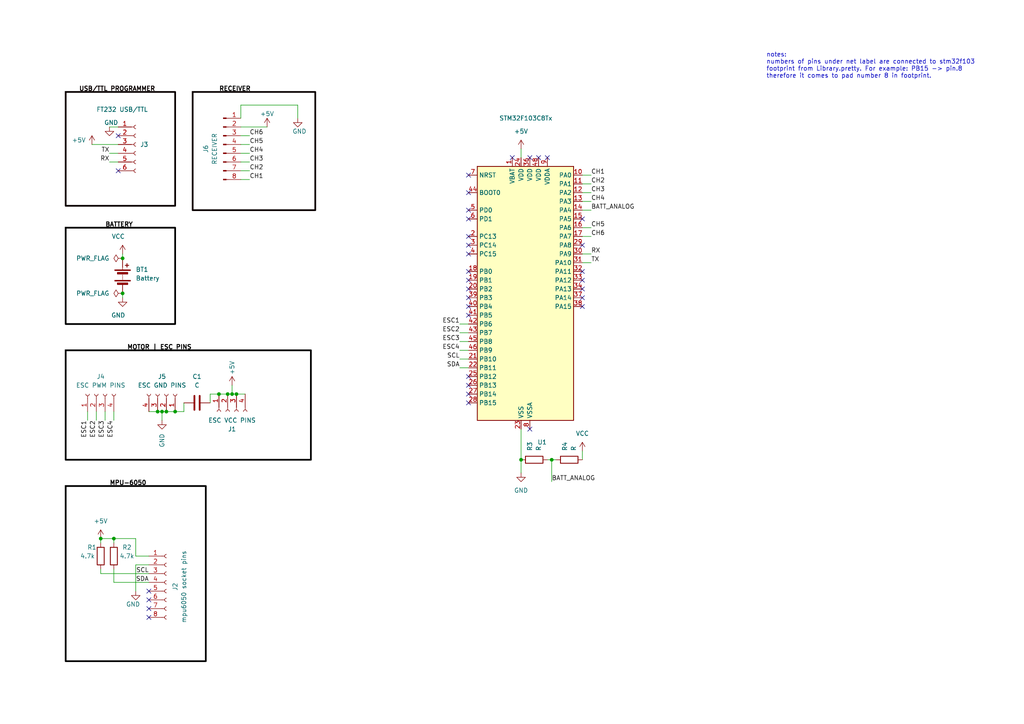
<source format=kicad_sch>
(kicad_sch (version 20230121) (generator eeschema)

  (uuid 800bae83-e8a3-4083-b80a-5af1840ecf10)

  (paper "A4")

  (title_block
    (title "STM32F103 DRONE PROJECT")
    (date "2024-05-07")
    (rev "v0")
    (company "N/A")
    (comment 1 "N/A")
  )

  (lib_symbols
    (symbol "Connector:Conn_01x04_Socket" (pin_names (offset 1.016) hide) (in_bom yes) (on_board yes)
      (property "Reference" "J" (at 0 5.08 0)
        (effects (font (size 1.27 1.27)))
      )
      (property "Value" "Conn_01x04_Socket" (at 0 -7.62 0)
        (effects (font (size 1.27 1.27)))
      )
      (property "Footprint" "" (at 0 0 0)
        (effects (font (size 1.27 1.27)) hide)
      )
      (property "Datasheet" "~" (at 0 0 0)
        (effects (font (size 1.27 1.27)) hide)
      )
      (property "ki_locked" "" (at 0 0 0)
        (effects (font (size 1.27 1.27)))
      )
      (property "ki_keywords" "connector" (at 0 0 0)
        (effects (font (size 1.27 1.27)) hide)
      )
      (property "ki_description" "Generic connector, single row, 01x04, script generated" (at 0 0 0)
        (effects (font (size 1.27 1.27)) hide)
      )
      (property "ki_fp_filters" "Connector*:*_1x??_*" (at 0 0 0)
        (effects (font (size 1.27 1.27)) hide)
      )
      (symbol "Conn_01x04_Socket_1_1"
        (arc (start 0 -4.572) (mid -0.5058 -5.08) (end 0 -5.588)
          (stroke (width 0.1524) (type default))
          (fill (type none))
        )
        (arc (start 0 -2.032) (mid -0.5058 -2.54) (end 0 -3.048)
          (stroke (width 0.1524) (type default))
          (fill (type none))
        )
        (polyline
          (pts
            (xy -1.27 -5.08)
            (xy -0.508 -5.08)
          )
          (stroke (width 0.1524) (type default))
          (fill (type none))
        )
        (polyline
          (pts
            (xy -1.27 -2.54)
            (xy -0.508 -2.54)
          )
          (stroke (width 0.1524) (type default))
          (fill (type none))
        )
        (polyline
          (pts
            (xy -1.27 0)
            (xy -0.508 0)
          )
          (stroke (width 0.1524) (type default))
          (fill (type none))
        )
        (polyline
          (pts
            (xy -1.27 2.54)
            (xy -0.508 2.54)
          )
          (stroke (width 0.1524) (type default))
          (fill (type none))
        )
        (arc (start 0 0.508) (mid -0.5058 0) (end 0 -0.508)
          (stroke (width 0.1524) (type default))
          (fill (type none))
        )
        (arc (start 0 3.048) (mid -0.5058 2.54) (end 0 2.032)
          (stroke (width 0.1524) (type default))
          (fill (type none))
        )
        (pin passive line (at -5.08 2.54 0) (length 3.81)
          (name "Pin_1" (effects (font (size 1.27 1.27))))
          (number "1" (effects (font (size 1.27 1.27))))
        )
        (pin passive line (at -5.08 0 0) (length 3.81)
          (name "Pin_2" (effects (font (size 1.27 1.27))))
          (number "2" (effects (font (size 1.27 1.27))))
        )
        (pin passive line (at -5.08 -2.54 0) (length 3.81)
          (name "Pin_3" (effects (font (size 1.27 1.27))))
          (number "3" (effects (font (size 1.27 1.27))))
        )
        (pin passive line (at -5.08 -5.08 0) (length 3.81)
          (name "Pin_4" (effects (font (size 1.27 1.27))))
          (number "4" (effects (font (size 1.27 1.27))))
        )
      )
    )
    (symbol "Connector:Conn_01x06_Socket" (pin_names (offset 1.016) hide) (in_bom yes) (on_board yes)
      (property "Reference" "J" (at 0 7.62 0)
        (effects (font (size 1.27 1.27)))
      )
      (property "Value" "Conn_01x06_Socket" (at 0 -10.16 0)
        (effects (font (size 1.27 1.27)))
      )
      (property "Footprint" "" (at 0 0 0)
        (effects (font (size 1.27 1.27)) hide)
      )
      (property "Datasheet" "~" (at 0 0 0)
        (effects (font (size 1.27 1.27)) hide)
      )
      (property "ki_locked" "" (at 0 0 0)
        (effects (font (size 1.27 1.27)))
      )
      (property "ki_keywords" "connector" (at 0 0 0)
        (effects (font (size 1.27 1.27)) hide)
      )
      (property "ki_description" "Generic connector, single row, 01x06, script generated" (at 0 0 0)
        (effects (font (size 1.27 1.27)) hide)
      )
      (property "ki_fp_filters" "Connector*:*_1x??_*" (at 0 0 0)
        (effects (font (size 1.27 1.27)) hide)
      )
      (symbol "Conn_01x06_Socket_1_1"
        (arc (start 0 -7.112) (mid -0.5058 -7.62) (end 0 -8.128)
          (stroke (width 0.1524) (type default))
          (fill (type none))
        )
        (arc (start 0 -4.572) (mid -0.5058 -5.08) (end 0 -5.588)
          (stroke (width 0.1524) (type default))
          (fill (type none))
        )
        (arc (start 0 -2.032) (mid -0.5058 -2.54) (end 0 -3.048)
          (stroke (width 0.1524) (type default))
          (fill (type none))
        )
        (polyline
          (pts
            (xy -1.27 -7.62)
            (xy -0.508 -7.62)
          )
          (stroke (width 0.1524) (type default))
          (fill (type none))
        )
        (polyline
          (pts
            (xy -1.27 -5.08)
            (xy -0.508 -5.08)
          )
          (stroke (width 0.1524) (type default))
          (fill (type none))
        )
        (polyline
          (pts
            (xy -1.27 -2.54)
            (xy -0.508 -2.54)
          )
          (stroke (width 0.1524) (type default))
          (fill (type none))
        )
        (polyline
          (pts
            (xy -1.27 0)
            (xy -0.508 0)
          )
          (stroke (width 0.1524) (type default))
          (fill (type none))
        )
        (polyline
          (pts
            (xy -1.27 2.54)
            (xy -0.508 2.54)
          )
          (stroke (width 0.1524) (type default))
          (fill (type none))
        )
        (polyline
          (pts
            (xy -1.27 5.08)
            (xy -0.508 5.08)
          )
          (stroke (width 0.1524) (type default))
          (fill (type none))
        )
        (arc (start 0 0.508) (mid -0.5058 0) (end 0 -0.508)
          (stroke (width 0.1524) (type default))
          (fill (type none))
        )
        (arc (start 0 3.048) (mid -0.5058 2.54) (end 0 2.032)
          (stroke (width 0.1524) (type default))
          (fill (type none))
        )
        (arc (start 0 5.588) (mid -0.5058 5.08) (end 0 4.572)
          (stroke (width 0.1524) (type default))
          (fill (type none))
        )
        (pin passive line (at -5.08 5.08 0) (length 3.81)
          (name "Pin_1" (effects (font (size 1.27 1.27))))
          (number "1" (effects (font (size 1.27 1.27))))
        )
        (pin passive line (at -5.08 2.54 0) (length 3.81)
          (name "Pin_2" (effects (font (size 1.27 1.27))))
          (number "2" (effects (font (size 1.27 1.27))))
        )
        (pin passive line (at -5.08 0 0) (length 3.81)
          (name "Pin_3" (effects (font (size 1.27 1.27))))
          (number "3" (effects (font (size 1.27 1.27))))
        )
        (pin passive line (at -5.08 -2.54 0) (length 3.81)
          (name "Pin_4" (effects (font (size 1.27 1.27))))
          (number "4" (effects (font (size 1.27 1.27))))
        )
        (pin passive line (at -5.08 -5.08 0) (length 3.81)
          (name "Pin_5" (effects (font (size 1.27 1.27))))
          (number "5" (effects (font (size 1.27 1.27))))
        )
        (pin passive line (at -5.08 -7.62 0) (length 3.81)
          (name "Pin_6" (effects (font (size 1.27 1.27))))
          (number "6" (effects (font (size 1.27 1.27))))
        )
      )
    )
    (symbol "Connector:Conn_01x08_Pin" (pin_names (offset 1.016) hide) (in_bom yes) (on_board yes)
      (property "Reference" "J" (at 0 10.16 0)
        (effects (font (size 1.27 1.27)))
      )
      (property "Value" "Conn_01x08_Pin" (at 0 -12.7 0)
        (effects (font (size 1.27 1.27)))
      )
      (property "Footprint" "" (at 0 0 0)
        (effects (font (size 1.27 1.27)) hide)
      )
      (property "Datasheet" "~" (at 0 0 0)
        (effects (font (size 1.27 1.27)) hide)
      )
      (property "ki_locked" "" (at 0 0 0)
        (effects (font (size 1.27 1.27)))
      )
      (property "ki_keywords" "connector" (at 0 0 0)
        (effects (font (size 1.27 1.27)) hide)
      )
      (property "ki_description" "Generic connector, single row, 01x08, script generated" (at 0 0 0)
        (effects (font (size 1.27 1.27)) hide)
      )
      (property "ki_fp_filters" "Connector*:*_1x??_*" (at 0 0 0)
        (effects (font (size 1.27 1.27)) hide)
      )
      (symbol "Conn_01x08_Pin_1_1"
        (polyline
          (pts
            (xy 1.27 -10.16)
            (xy 0.8636 -10.16)
          )
          (stroke (width 0.1524) (type default))
          (fill (type none))
        )
        (polyline
          (pts
            (xy 1.27 -7.62)
            (xy 0.8636 -7.62)
          )
          (stroke (width 0.1524) (type default))
          (fill (type none))
        )
        (polyline
          (pts
            (xy 1.27 -5.08)
            (xy 0.8636 -5.08)
          )
          (stroke (width 0.1524) (type default))
          (fill (type none))
        )
        (polyline
          (pts
            (xy 1.27 -2.54)
            (xy 0.8636 -2.54)
          )
          (stroke (width 0.1524) (type default))
          (fill (type none))
        )
        (polyline
          (pts
            (xy 1.27 0)
            (xy 0.8636 0)
          )
          (stroke (width 0.1524) (type default))
          (fill (type none))
        )
        (polyline
          (pts
            (xy 1.27 2.54)
            (xy 0.8636 2.54)
          )
          (stroke (width 0.1524) (type default))
          (fill (type none))
        )
        (polyline
          (pts
            (xy 1.27 5.08)
            (xy 0.8636 5.08)
          )
          (stroke (width 0.1524) (type default))
          (fill (type none))
        )
        (polyline
          (pts
            (xy 1.27 7.62)
            (xy 0.8636 7.62)
          )
          (stroke (width 0.1524) (type default))
          (fill (type none))
        )
        (rectangle (start 0.8636 -10.033) (end 0 -10.287)
          (stroke (width 0.1524) (type default))
          (fill (type outline))
        )
        (rectangle (start 0.8636 -7.493) (end 0 -7.747)
          (stroke (width 0.1524) (type default))
          (fill (type outline))
        )
        (rectangle (start 0.8636 -4.953) (end 0 -5.207)
          (stroke (width 0.1524) (type default))
          (fill (type outline))
        )
        (rectangle (start 0.8636 -2.413) (end 0 -2.667)
          (stroke (width 0.1524) (type default))
          (fill (type outline))
        )
        (rectangle (start 0.8636 0.127) (end 0 -0.127)
          (stroke (width 0.1524) (type default))
          (fill (type outline))
        )
        (rectangle (start 0.8636 2.667) (end 0 2.413)
          (stroke (width 0.1524) (type default))
          (fill (type outline))
        )
        (rectangle (start 0.8636 5.207) (end 0 4.953)
          (stroke (width 0.1524) (type default))
          (fill (type outline))
        )
        (rectangle (start 0.8636 7.747) (end 0 7.493)
          (stroke (width 0.1524) (type default))
          (fill (type outline))
        )
        (pin passive line (at 5.08 7.62 180) (length 3.81)
          (name "Pin_1" (effects (font (size 1.27 1.27))))
          (number "1" (effects (font (size 1.27 1.27))))
        )
        (pin passive line (at 5.08 5.08 180) (length 3.81)
          (name "Pin_2" (effects (font (size 1.27 1.27))))
          (number "2" (effects (font (size 1.27 1.27))))
        )
        (pin passive line (at 5.08 2.54 180) (length 3.81)
          (name "Pin_3" (effects (font (size 1.27 1.27))))
          (number "3" (effects (font (size 1.27 1.27))))
        )
        (pin passive line (at 5.08 0 180) (length 3.81)
          (name "Pin_4" (effects (font (size 1.27 1.27))))
          (number "4" (effects (font (size 1.27 1.27))))
        )
        (pin passive line (at 5.08 -2.54 180) (length 3.81)
          (name "Pin_5" (effects (font (size 1.27 1.27))))
          (number "5" (effects (font (size 1.27 1.27))))
        )
        (pin passive line (at 5.08 -5.08 180) (length 3.81)
          (name "Pin_6" (effects (font (size 1.27 1.27))))
          (number "6" (effects (font (size 1.27 1.27))))
        )
        (pin passive line (at 5.08 -7.62 180) (length 3.81)
          (name "Pin_7" (effects (font (size 1.27 1.27))))
          (number "7" (effects (font (size 1.27 1.27))))
        )
        (pin passive line (at 5.08 -10.16 180) (length 3.81)
          (name "Pin_8" (effects (font (size 1.27 1.27))))
          (number "8" (effects (font (size 1.27 1.27))))
        )
      )
    )
    (symbol "Connector:Conn_01x08_Socket" (pin_names (offset 1.016) hide) (in_bom yes) (on_board yes)
      (property "Reference" "J" (at 0 10.16 0)
        (effects (font (size 1.27 1.27)))
      )
      (property "Value" "Conn_01x08_Socket" (at 0 -12.7 0)
        (effects (font (size 1.27 1.27)))
      )
      (property "Footprint" "" (at 0 0 0)
        (effects (font (size 1.27 1.27)) hide)
      )
      (property "Datasheet" "~" (at 0 0 0)
        (effects (font (size 1.27 1.27)) hide)
      )
      (property "ki_locked" "" (at 0 0 0)
        (effects (font (size 1.27 1.27)))
      )
      (property "ki_keywords" "connector" (at 0 0 0)
        (effects (font (size 1.27 1.27)) hide)
      )
      (property "ki_description" "Generic connector, single row, 01x08, script generated" (at 0 0 0)
        (effects (font (size 1.27 1.27)) hide)
      )
      (property "ki_fp_filters" "Connector*:*_1x??_*" (at 0 0 0)
        (effects (font (size 1.27 1.27)) hide)
      )
      (symbol "Conn_01x08_Socket_1_1"
        (arc (start 0 -9.652) (mid -0.5058 -10.16) (end 0 -10.668)
          (stroke (width 0.1524) (type default))
          (fill (type none))
        )
        (arc (start 0 -7.112) (mid -0.5058 -7.62) (end 0 -8.128)
          (stroke (width 0.1524) (type default))
          (fill (type none))
        )
        (arc (start 0 -4.572) (mid -0.5058 -5.08) (end 0 -5.588)
          (stroke (width 0.1524) (type default))
          (fill (type none))
        )
        (arc (start 0 -2.032) (mid -0.5058 -2.54) (end 0 -3.048)
          (stroke (width 0.1524) (type default))
          (fill (type none))
        )
        (polyline
          (pts
            (xy -1.27 -10.16)
            (xy -0.508 -10.16)
          )
          (stroke (width 0.1524) (type default))
          (fill (type none))
        )
        (polyline
          (pts
            (xy -1.27 -7.62)
            (xy -0.508 -7.62)
          )
          (stroke (width 0.1524) (type default))
          (fill (type none))
        )
        (polyline
          (pts
            (xy -1.27 -5.08)
            (xy -0.508 -5.08)
          )
          (stroke (width 0.1524) (type default))
          (fill (type none))
        )
        (polyline
          (pts
            (xy -1.27 -2.54)
            (xy -0.508 -2.54)
          )
          (stroke (width 0.1524) (type default))
          (fill (type none))
        )
        (polyline
          (pts
            (xy -1.27 0)
            (xy -0.508 0)
          )
          (stroke (width 0.1524) (type default))
          (fill (type none))
        )
        (polyline
          (pts
            (xy -1.27 2.54)
            (xy -0.508 2.54)
          )
          (stroke (width 0.1524) (type default))
          (fill (type none))
        )
        (polyline
          (pts
            (xy -1.27 5.08)
            (xy -0.508 5.08)
          )
          (stroke (width 0.1524) (type default))
          (fill (type none))
        )
        (polyline
          (pts
            (xy -1.27 7.62)
            (xy -0.508 7.62)
          )
          (stroke (width 0.1524) (type default))
          (fill (type none))
        )
        (arc (start 0 0.508) (mid -0.5058 0) (end 0 -0.508)
          (stroke (width 0.1524) (type default))
          (fill (type none))
        )
        (arc (start 0 3.048) (mid -0.5058 2.54) (end 0 2.032)
          (stroke (width 0.1524) (type default))
          (fill (type none))
        )
        (arc (start 0 5.588) (mid -0.5058 5.08) (end 0 4.572)
          (stroke (width 0.1524) (type default))
          (fill (type none))
        )
        (arc (start 0 8.128) (mid -0.5058 7.62) (end 0 7.112)
          (stroke (width 0.1524) (type default))
          (fill (type none))
        )
        (pin passive line (at -5.08 7.62 0) (length 3.81)
          (name "Pin_1" (effects (font (size 1.27 1.27))))
          (number "1" (effects (font (size 1.27 1.27))))
        )
        (pin passive line (at -5.08 5.08 0) (length 3.81)
          (name "Pin_2" (effects (font (size 1.27 1.27))))
          (number "2" (effects (font (size 1.27 1.27))))
        )
        (pin passive line (at -5.08 2.54 0) (length 3.81)
          (name "Pin_3" (effects (font (size 1.27 1.27))))
          (number "3" (effects (font (size 1.27 1.27))))
        )
        (pin passive line (at -5.08 0 0) (length 3.81)
          (name "Pin_4" (effects (font (size 1.27 1.27))))
          (number "4" (effects (font (size 1.27 1.27))))
        )
        (pin passive line (at -5.08 -2.54 0) (length 3.81)
          (name "Pin_5" (effects (font (size 1.27 1.27))))
          (number "5" (effects (font (size 1.27 1.27))))
        )
        (pin passive line (at -5.08 -5.08 0) (length 3.81)
          (name "Pin_6" (effects (font (size 1.27 1.27))))
          (number "6" (effects (font (size 1.27 1.27))))
        )
        (pin passive line (at -5.08 -7.62 0) (length 3.81)
          (name "Pin_7" (effects (font (size 1.27 1.27))))
          (number "7" (effects (font (size 1.27 1.27))))
        )
        (pin passive line (at -5.08 -10.16 0) (length 3.81)
          (name "Pin_8" (effects (font (size 1.27 1.27))))
          (number "8" (effects (font (size 1.27 1.27))))
        )
      )
    )
    (symbol "Device:Battery" (pin_numbers hide) (pin_names (offset 0) hide) (in_bom yes) (on_board yes)
      (property "Reference" "BT" (at 2.54 2.54 0)
        (effects (font (size 1.27 1.27)) (justify left))
      )
      (property "Value" "Battery" (at 2.54 0 0)
        (effects (font (size 1.27 1.27)) (justify left))
      )
      (property "Footprint" "" (at 0 1.524 90)
        (effects (font (size 1.27 1.27)) hide)
      )
      (property "Datasheet" "~" (at 0 1.524 90)
        (effects (font (size 1.27 1.27)) hide)
      )
      (property "ki_keywords" "batt voltage-source cell" (at 0 0 0)
        (effects (font (size 1.27 1.27)) hide)
      )
      (property "ki_description" "Multiple-cell battery" (at 0 0 0)
        (effects (font (size 1.27 1.27)) hide)
      )
      (symbol "Battery_0_1"
        (rectangle (start -2.286 -1.27) (end 2.286 -1.524)
          (stroke (width 0) (type default))
          (fill (type outline))
        )
        (rectangle (start -2.286 1.778) (end 2.286 1.524)
          (stroke (width 0) (type default))
          (fill (type outline))
        )
        (rectangle (start -1.524 -2.032) (end 1.524 -2.54)
          (stroke (width 0) (type default))
          (fill (type outline))
        )
        (rectangle (start -1.524 1.016) (end 1.524 0.508)
          (stroke (width 0) (type default))
          (fill (type outline))
        )
        (polyline
          (pts
            (xy 0 -1.016)
            (xy 0 -0.762)
          )
          (stroke (width 0) (type default))
          (fill (type none))
        )
        (polyline
          (pts
            (xy 0 -0.508)
            (xy 0 -0.254)
          )
          (stroke (width 0) (type default))
          (fill (type none))
        )
        (polyline
          (pts
            (xy 0 0)
            (xy 0 0.254)
          )
          (stroke (width 0) (type default))
          (fill (type none))
        )
        (polyline
          (pts
            (xy 0 1.778)
            (xy 0 2.54)
          )
          (stroke (width 0) (type default))
          (fill (type none))
        )
        (polyline
          (pts
            (xy 0.762 3.048)
            (xy 1.778 3.048)
          )
          (stroke (width 0.254) (type default))
          (fill (type none))
        )
        (polyline
          (pts
            (xy 1.27 3.556)
            (xy 1.27 2.54)
          )
          (stroke (width 0.254) (type default))
          (fill (type none))
        )
      )
      (symbol "Battery_1_1"
        (pin passive line (at 0 5.08 270) (length 2.54)
          (name "+" (effects (font (size 1.27 1.27))))
          (number "1" (effects (font (size 1.27 1.27))))
        )
        (pin passive line (at 0 -5.08 90) (length 2.54)
          (name "-" (effects (font (size 1.27 1.27))))
          (number "2" (effects (font (size 1.27 1.27))))
        )
      )
    )
    (symbol "Device:C" (pin_numbers hide) (pin_names (offset 0.254)) (in_bom yes) (on_board yes)
      (property "Reference" "C" (at 0.635 2.54 0)
        (effects (font (size 1.27 1.27)) (justify left))
      )
      (property "Value" "C" (at 0.635 -2.54 0)
        (effects (font (size 1.27 1.27)) (justify left))
      )
      (property "Footprint" "" (at 0.9652 -3.81 0)
        (effects (font (size 1.27 1.27)) hide)
      )
      (property "Datasheet" "~" (at 0 0 0)
        (effects (font (size 1.27 1.27)) hide)
      )
      (property "ki_keywords" "cap capacitor" (at 0 0 0)
        (effects (font (size 1.27 1.27)) hide)
      )
      (property "ki_description" "Unpolarized capacitor" (at 0 0 0)
        (effects (font (size 1.27 1.27)) hide)
      )
      (property "ki_fp_filters" "C_*" (at 0 0 0)
        (effects (font (size 1.27 1.27)) hide)
      )
      (symbol "C_0_1"
        (polyline
          (pts
            (xy -2.032 -0.762)
            (xy 2.032 -0.762)
          )
          (stroke (width 0.508) (type default))
          (fill (type none))
        )
        (polyline
          (pts
            (xy -2.032 0.762)
            (xy 2.032 0.762)
          )
          (stroke (width 0.508) (type default))
          (fill (type none))
        )
      )
      (symbol "C_1_1"
        (pin passive line (at 0 3.81 270) (length 2.794)
          (name "~" (effects (font (size 1.27 1.27))))
          (number "1" (effects (font (size 1.27 1.27))))
        )
        (pin passive line (at 0 -3.81 90) (length 2.794)
          (name "~" (effects (font (size 1.27 1.27))))
          (number "2" (effects (font (size 1.27 1.27))))
        )
      )
    )
    (symbol "Device:R" (pin_numbers hide) (pin_names (offset 0)) (in_bom yes) (on_board yes)
      (property "Reference" "R" (at 2.032 0 90)
        (effects (font (size 1.27 1.27)))
      )
      (property "Value" "R" (at 0 0 90)
        (effects (font (size 1.27 1.27)))
      )
      (property "Footprint" "" (at -1.778 0 90)
        (effects (font (size 1.27 1.27)) hide)
      )
      (property "Datasheet" "~" (at 0 0 0)
        (effects (font (size 1.27 1.27)) hide)
      )
      (property "ki_keywords" "R res resistor" (at 0 0 0)
        (effects (font (size 1.27 1.27)) hide)
      )
      (property "ki_description" "Resistor" (at 0 0 0)
        (effects (font (size 1.27 1.27)) hide)
      )
      (property "ki_fp_filters" "R_*" (at 0 0 0)
        (effects (font (size 1.27 1.27)) hide)
      )
      (symbol "R_0_1"
        (rectangle (start -1.016 -2.54) (end 1.016 2.54)
          (stroke (width 0.254) (type default))
          (fill (type none))
        )
      )
      (symbol "R_1_1"
        (pin passive line (at 0 3.81 270) (length 1.27)
          (name "~" (effects (font (size 1.27 1.27))))
          (number "1" (effects (font (size 1.27 1.27))))
        )
        (pin passive line (at 0 -3.81 90) (length 1.27)
          (name "~" (effects (font (size 1.27 1.27))))
          (number "2" (effects (font (size 1.27 1.27))))
        )
      )
    )
    (symbol "MCU_ST_STM32F1:STM32F103C8Tx" (in_bom yes) (on_board yes)
      (property "Reference" "U" (at -12.7 39.37 0)
        (effects (font (size 1.27 1.27)) (justify left))
      )
      (property "Value" "STM32F103C8Tx" (at 10.16 39.37 0)
        (effects (font (size 1.27 1.27)) (justify left))
      )
      (property "Footprint" "Package_QFP:LQFP-48_7x7mm_P0.5mm" (at -12.7 -35.56 0)
        (effects (font (size 1.27 1.27)) (justify right) hide)
      )
      (property "Datasheet" "https://www.st.com/resource/en/datasheet/stm32f103c8.pdf" (at 0 0 0)
        (effects (font (size 1.27 1.27)) hide)
      )
      (property "ki_locked" "" (at 0 0 0)
        (effects (font (size 1.27 1.27)))
      )
      (property "ki_keywords" "Arm Cortex-M3 STM32F1 STM32F103" (at 0 0 0)
        (effects (font (size 1.27 1.27)) hide)
      )
      (property "ki_description" "STMicroelectronics Arm Cortex-M3 MCU, 64KB flash, 20KB RAM, 72 MHz, 2.0-3.6V, 37 GPIO, LQFP48" (at 0 0 0)
        (effects (font (size 1.27 1.27)) hide)
      )
      (property "ki_fp_filters" "LQFP*7x7mm*P0.5mm*" (at 0 0 0)
        (effects (font (size 1.27 1.27)) hide)
      )
      (symbol "STM32F103C8Tx_0_1"
        (rectangle (start -12.7 -35.56) (end 15.24 38.1)
          (stroke (width 0.254) (type default))
          (fill (type background))
        )
      )
      (symbol "STM32F103C8Tx_1_1"
        (pin power_in line (at -2.54 40.64 270) (length 2.54)
          (name "VBAT" (effects (font (size 1.27 1.27))))
          (number "1" (effects (font (size 1.27 1.27))))
        )
        (pin bidirectional line (at 17.78 35.56 180) (length 2.54)
          (name "PA0" (effects (font (size 1.27 1.27))))
          (number "10" (effects (font (size 1.27 1.27))))
          (alternate "ADC1_IN0" bidirectional line)
          (alternate "ADC2_IN0" bidirectional line)
          (alternate "SYS_WKUP" bidirectional line)
          (alternate "TIM2_CH1" bidirectional line)
          (alternate "TIM2_ETR" bidirectional line)
          (alternate "USART2_CTS" bidirectional line)
        )
        (pin bidirectional line (at 17.78 33.02 180) (length 2.54)
          (name "PA1" (effects (font (size 1.27 1.27))))
          (number "11" (effects (font (size 1.27 1.27))))
          (alternate "ADC1_IN1" bidirectional line)
          (alternate "ADC2_IN1" bidirectional line)
          (alternate "TIM2_CH2" bidirectional line)
          (alternate "USART2_RTS" bidirectional line)
        )
        (pin bidirectional line (at 17.78 30.48 180) (length 2.54)
          (name "PA2" (effects (font (size 1.27 1.27))))
          (number "12" (effects (font (size 1.27 1.27))))
          (alternate "ADC1_IN2" bidirectional line)
          (alternate "ADC2_IN2" bidirectional line)
          (alternate "TIM2_CH3" bidirectional line)
          (alternate "USART2_TX" bidirectional line)
        )
        (pin bidirectional line (at 17.78 27.94 180) (length 2.54)
          (name "PA3" (effects (font (size 1.27 1.27))))
          (number "13" (effects (font (size 1.27 1.27))))
          (alternate "ADC1_IN3" bidirectional line)
          (alternate "ADC2_IN3" bidirectional line)
          (alternate "TIM2_CH4" bidirectional line)
          (alternate "USART2_RX" bidirectional line)
        )
        (pin bidirectional line (at 17.78 25.4 180) (length 2.54)
          (name "PA4" (effects (font (size 1.27 1.27))))
          (number "14" (effects (font (size 1.27 1.27))))
          (alternate "ADC1_IN4" bidirectional line)
          (alternate "ADC2_IN4" bidirectional line)
          (alternate "SPI1_NSS" bidirectional line)
          (alternate "USART2_CK" bidirectional line)
        )
        (pin bidirectional line (at 17.78 22.86 180) (length 2.54)
          (name "PA5" (effects (font (size 1.27 1.27))))
          (number "15" (effects (font (size 1.27 1.27))))
          (alternate "ADC1_IN5" bidirectional line)
          (alternate "ADC2_IN5" bidirectional line)
          (alternate "SPI1_SCK" bidirectional line)
        )
        (pin bidirectional line (at 17.78 20.32 180) (length 2.54)
          (name "PA6" (effects (font (size 1.27 1.27))))
          (number "16" (effects (font (size 1.27 1.27))))
          (alternate "ADC1_IN6" bidirectional line)
          (alternate "ADC2_IN6" bidirectional line)
          (alternate "SPI1_MISO" bidirectional line)
          (alternate "TIM1_BKIN" bidirectional line)
          (alternate "TIM3_CH1" bidirectional line)
        )
        (pin bidirectional line (at 17.78 17.78 180) (length 2.54)
          (name "PA7" (effects (font (size 1.27 1.27))))
          (number "17" (effects (font (size 1.27 1.27))))
          (alternate "ADC1_IN7" bidirectional line)
          (alternate "ADC2_IN7" bidirectional line)
          (alternate "SPI1_MOSI" bidirectional line)
          (alternate "TIM1_CH1N" bidirectional line)
          (alternate "TIM3_CH2" bidirectional line)
        )
        (pin bidirectional line (at -15.24 7.62 0) (length 2.54)
          (name "PB0" (effects (font (size 1.27 1.27))))
          (number "18" (effects (font (size 1.27 1.27))))
          (alternate "ADC1_IN8" bidirectional line)
          (alternate "ADC2_IN8" bidirectional line)
          (alternate "TIM1_CH2N" bidirectional line)
          (alternate "TIM3_CH3" bidirectional line)
        )
        (pin bidirectional line (at -15.24 5.08 0) (length 2.54)
          (name "PB1" (effects (font (size 1.27 1.27))))
          (number "19" (effects (font (size 1.27 1.27))))
          (alternate "ADC1_IN9" bidirectional line)
          (alternate "ADC2_IN9" bidirectional line)
          (alternate "TIM1_CH3N" bidirectional line)
          (alternate "TIM3_CH4" bidirectional line)
        )
        (pin bidirectional line (at -15.24 17.78 0) (length 2.54)
          (name "PC13" (effects (font (size 1.27 1.27))))
          (number "2" (effects (font (size 1.27 1.27))))
          (alternate "RTC_OUT" bidirectional line)
          (alternate "RTC_TAMPER" bidirectional line)
        )
        (pin bidirectional line (at -15.24 2.54 0) (length 2.54)
          (name "PB2" (effects (font (size 1.27 1.27))))
          (number "20" (effects (font (size 1.27 1.27))))
        )
        (pin bidirectional line (at -15.24 -17.78 0) (length 2.54)
          (name "PB10" (effects (font (size 1.27 1.27))))
          (number "21" (effects (font (size 1.27 1.27))))
          (alternate "I2C2_SCL" bidirectional line)
          (alternate "TIM2_CH3" bidirectional line)
          (alternate "USART3_TX" bidirectional line)
        )
        (pin bidirectional line (at -15.24 -20.32 0) (length 2.54)
          (name "PB11" (effects (font (size 1.27 1.27))))
          (number "22" (effects (font (size 1.27 1.27))))
          (alternate "ADC1_EXTI11" bidirectional line)
          (alternate "ADC2_EXTI11" bidirectional line)
          (alternate "I2C2_SDA" bidirectional line)
          (alternate "TIM2_CH4" bidirectional line)
          (alternate "USART3_RX" bidirectional line)
        )
        (pin power_in line (at 0 -38.1 90) (length 2.54)
          (name "VSS" (effects (font (size 1.27 1.27))))
          (number "23" (effects (font (size 1.27 1.27))))
        )
        (pin power_in line (at 0 40.64 270) (length 2.54)
          (name "VDD" (effects (font (size 1.27 1.27))))
          (number "24" (effects (font (size 1.27 1.27))))
        )
        (pin bidirectional line (at -15.24 -22.86 0) (length 2.54)
          (name "PB12" (effects (font (size 1.27 1.27))))
          (number "25" (effects (font (size 1.27 1.27))))
          (alternate "I2C2_SMBA" bidirectional line)
          (alternate "SPI2_NSS" bidirectional line)
          (alternate "TIM1_BKIN" bidirectional line)
          (alternate "USART3_CK" bidirectional line)
        )
        (pin bidirectional line (at -15.24 -25.4 0) (length 2.54)
          (name "PB13" (effects (font (size 1.27 1.27))))
          (number "26" (effects (font (size 1.27 1.27))))
          (alternate "SPI2_SCK" bidirectional line)
          (alternate "TIM1_CH1N" bidirectional line)
          (alternate "USART3_CTS" bidirectional line)
        )
        (pin bidirectional line (at -15.24 -27.94 0) (length 2.54)
          (name "PB14" (effects (font (size 1.27 1.27))))
          (number "27" (effects (font (size 1.27 1.27))))
          (alternate "SPI2_MISO" bidirectional line)
          (alternate "TIM1_CH2N" bidirectional line)
          (alternate "USART3_RTS" bidirectional line)
        )
        (pin bidirectional line (at -15.24 -30.48 0) (length 2.54)
          (name "PB15" (effects (font (size 1.27 1.27))))
          (number "28" (effects (font (size 1.27 1.27))))
          (alternate "ADC1_EXTI15" bidirectional line)
          (alternate "ADC2_EXTI15" bidirectional line)
          (alternate "SPI2_MOSI" bidirectional line)
          (alternate "TIM1_CH3N" bidirectional line)
        )
        (pin bidirectional line (at 17.78 15.24 180) (length 2.54)
          (name "PA8" (effects (font (size 1.27 1.27))))
          (number "29" (effects (font (size 1.27 1.27))))
          (alternate "RCC_MCO" bidirectional line)
          (alternate "TIM1_CH1" bidirectional line)
          (alternate "USART1_CK" bidirectional line)
        )
        (pin bidirectional line (at -15.24 15.24 0) (length 2.54)
          (name "PC14" (effects (font (size 1.27 1.27))))
          (number "3" (effects (font (size 1.27 1.27))))
          (alternate "RCC_OSC32_IN" bidirectional line)
        )
        (pin bidirectional line (at 17.78 12.7 180) (length 2.54)
          (name "PA9" (effects (font (size 1.27 1.27))))
          (number "30" (effects (font (size 1.27 1.27))))
          (alternate "TIM1_CH2" bidirectional line)
          (alternate "USART1_TX" bidirectional line)
        )
        (pin bidirectional line (at 17.78 10.16 180) (length 2.54)
          (name "PA10" (effects (font (size 1.27 1.27))))
          (number "31" (effects (font (size 1.27 1.27))))
          (alternate "TIM1_CH3" bidirectional line)
          (alternate "USART1_RX" bidirectional line)
        )
        (pin bidirectional line (at 17.78 7.62 180) (length 2.54)
          (name "PA11" (effects (font (size 1.27 1.27))))
          (number "32" (effects (font (size 1.27 1.27))))
          (alternate "ADC1_EXTI11" bidirectional line)
          (alternate "ADC2_EXTI11" bidirectional line)
          (alternate "CAN_RX" bidirectional line)
          (alternate "TIM1_CH4" bidirectional line)
          (alternate "USART1_CTS" bidirectional line)
          (alternate "USB_DM" bidirectional line)
        )
        (pin bidirectional line (at 17.78 5.08 180) (length 2.54)
          (name "PA12" (effects (font (size 1.27 1.27))))
          (number "33" (effects (font (size 1.27 1.27))))
          (alternate "CAN_TX" bidirectional line)
          (alternate "TIM1_ETR" bidirectional line)
          (alternate "USART1_RTS" bidirectional line)
          (alternate "USB_DP" bidirectional line)
        )
        (pin bidirectional line (at 17.78 2.54 180) (length 2.54)
          (name "PA13" (effects (font (size 1.27 1.27))))
          (number "34" (effects (font (size 1.27 1.27))))
          (alternate "SYS_JTMS-SWDIO" bidirectional line)
        )
        (pin passive line (at 0 -38.1 90) (length 2.54) hide
          (name "VSS" (effects (font (size 1.27 1.27))))
          (number "35" (effects (font (size 1.27 1.27))))
        )
        (pin power_in line (at 2.54 40.64 270) (length 2.54)
          (name "VDD" (effects (font (size 1.27 1.27))))
          (number "36" (effects (font (size 1.27 1.27))))
        )
        (pin bidirectional line (at 17.78 0 180) (length 2.54)
          (name "PA14" (effects (font (size 1.27 1.27))))
          (number "37" (effects (font (size 1.27 1.27))))
          (alternate "SYS_JTCK-SWCLK" bidirectional line)
        )
        (pin bidirectional line (at 17.78 -2.54 180) (length 2.54)
          (name "PA15" (effects (font (size 1.27 1.27))))
          (number "38" (effects (font (size 1.27 1.27))))
          (alternate "ADC1_EXTI15" bidirectional line)
          (alternate "ADC2_EXTI15" bidirectional line)
          (alternate "SPI1_NSS" bidirectional line)
          (alternate "SYS_JTDI" bidirectional line)
          (alternate "TIM2_CH1" bidirectional line)
          (alternate "TIM2_ETR" bidirectional line)
        )
        (pin bidirectional line (at -15.24 0 0) (length 2.54)
          (name "PB3" (effects (font (size 1.27 1.27))))
          (number "39" (effects (font (size 1.27 1.27))))
          (alternate "SPI1_SCK" bidirectional line)
          (alternate "SYS_JTDO-TRACESWO" bidirectional line)
          (alternate "TIM2_CH2" bidirectional line)
        )
        (pin bidirectional line (at -15.24 12.7 0) (length 2.54)
          (name "PC15" (effects (font (size 1.27 1.27))))
          (number "4" (effects (font (size 1.27 1.27))))
          (alternate "ADC1_EXTI15" bidirectional line)
          (alternate "ADC2_EXTI15" bidirectional line)
          (alternate "RCC_OSC32_OUT" bidirectional line)
        )
        (pin bidirectional line (at -15.24 -2.54 0) (length 2.54)
          (name "PB4" (effects (font (size 1.27 1.27))))
          (number "40" (effects (font (size 1.27 1.27))))
          (alternate "SPI1_MISO" bidirectional line)
          (alternate "SYS_NJTRST" bidirectional line)
          (alternate "TIM3_CH1" bidirectional line)
        )
        (pin bidirectional line (at -15.24 -5.08 0) (length 2.54)
          (name "PB5" (effects (font (size 1.27 1.27))))
          (number "41" (effects (font (size 1.27 1.27))))
          (alternate "I2C1_SMBA" bidirectional line)
          (alternate "SPI1_MOSI" bidirectional line)
          (alternate "TIM3_CH2" bidirectional line)
        )
        (pin bidirectional line (at -15.24 -7.62 0) (length 2.54)
          (name "PB6" (effects (font (size 1.27 1.27))))
          (number "42" (effects (font (size 1.27 1.27))))
          (alternate "I2C1_SCL" bidirectional line)
          (alternate "TIM4_CH1" bidirectional line)
          (alternate "USART1_TX" bidirectional line)
        )
        (pin bidirectional line (at -15.24 -10.16 0) (length 2.54)
          (name "PB7" (effects (font (size 1.27 1.27))))
          (number "43" (effects (font (size 1.27 1.27))))
          (alternate "I2C1_SDA" bidirectional line)
          (alternate "TIM4_CH2" bidirectional line)
          (alternate "USART1_RX" bidirectional line)
        )
        (pin input line (at -15.24 30.48 0) (length 2.54)
          (name "BOOT0" (effects (font (size 1.27 1.27))))
          (number "44" (effects (font (size 1.27 1.27))))
        )
        (pin bidirectional line (at -15.24 -12.7 0) (length 2.54)
          (name "PB8" (effects (font (size 1.27 1.27))))
          (number "45" (effects (font (size 1.27 1.27))))
          (alternate "CAN_RX" bidirectional line)
          (alternate "I2C1_SCL" bidirectional line)
          (alternate "TIM4_CH3" bidirectional line)
        )
        (pin bidirectional line (at -15.24 -15.24 0) (length 2.54)
          (name "PB9" (effects (font (size 1.27 1.27))))
          (number "46" (effects (font (size 1.27 1.27))))
          (alternate "CAN_TX" bidirectional line)
          (alternate "I2C1_SDA" bidirectional line)
          (alternate "TIM4_CH4" bidirectional line)
        )
        (pin passive line (at 0 -38.1 90) (length 2.54) hide
          (name "VSS" (effects (font (size 1.27 1.27))))
          (number "47" (effects (font (size 1.27 1.27))))
        )
        (pin power_in line (at 5.08 40.64 270) (length 2.54)
          (name "VDD" (effects (font (size 1.27 1.27))))
          (number "48" (effects (font (size 1.27 1.27))))
        )
        (pin bidirectional line (at -15.24 25.4 0) (length 2.54)
          (name "PD0" (effects (font (size 1.27 1.27))))
          (number "5" (effects (font (size 1.27 1.27))))
          (alternate "RCC_OSC_IN" bidirectional line)
        )
        (pin bidirectional line (at -15.24 22.86 0) (length 2.54)
          (name "PD1" (effects (font (size 1.27 1.27))))
          (number "6" (effects (font (size 1.27 1.27))))
          (alternate "RCC_OSC_OUT" bidirectional line)
        )
        (pin input line (at -15.24 35.56 0) (length 2.54)
          (name "NRST" (effects (font (size 1.27 1.27))))
          (number "7" (effects (font (size 1.27 1.27))))
        )
        (pin power_in line (at 2.54 -38.1 90) (length 2.54)
          (name "VSSA" (effects (font (size 1.27 1.27))))
          (number "8" (effects (font (size 1.27 1.27))))
        )
        (pin power_in line (at 7.62 40.64 270) (length 2.54)
          (name "VDDA" (effects (font (size 1.27 1.27))))
          (number "9" (effects (font (size 1.27 1.27))))
        )
      )
    )
    (symbol "power:+5V" (power) (pin_names (offset 0)) (in_bom yes) (on_board yes)
      (property "Reference" "#PWR" (at 0 -3.81 0)
        (effects (font (size 1.27 1.27)) hide)
      )
      (property "Value" "+5V" (at 0 3.556 0)
        (effects (font (size 1.27 1.27)))
      )
      (property "Footprint" "" (at 0 0 0)
        (effects (font (size 1.27 1.27)) hide)
      )
      (property "Datasheet" "" (at 0 0 0)
        (effects (font (size 1.27 1.27)) hide)
      )
      (property "ki_keywords" "global power" (at 0 0 0)
        (effects (font (size 1.27 1.27)) hide)
      )
      (property "ki_description" "Power symbol creates a global label with name \"+5V\"" (at 0 0 0)
        (effects (font (size 1.27 1.27)) hide)
      )
      (symbol "+5V_0_1"
        (polyline
          (pts
            (xy -0.762 1.27)
            (xy 0 2.54)
          )
          (stroke (width 0) (type default))
          (fill (type none))
        )
        (polyline
          (pts
            (xy 0 0)
            (xy 0 2.54)
          )
          (stroke (width 0) (type default))
          (fill (type none))
        )
        (polyline
          (pts
            (xy 0 2.54)
            (xy 0.762 1.27)
          )
          (stroke (width 0) (type default))
          (fill (type none))
        )
      )
      (symbol "+5V_1_1"
        (pin power_in line (at 0 0 90) (length 0) hide
          (name "+5V" (effects (font (size 1.27 1.27))))
          (number "1" (effects (font (size 1.27 1.27))))
        )
      )
    )
    (symbol "power:GND" (power) (pin_names (offset 0)) (in_bom yes) (on_board yes)
      (property "Reference" "#PWR" (at 0 -6.35 0)
        (effects (font (size 1.27 1.27)) hide)
      )
      (property "Value" "GND" (at 0 -3.81 0)
        (effects (font (size 1.27 1.27)))
      )
      (property "Footprint" "" (at 0 0 0)
        (effects (font (size 1.27 1.27)) hide)
      )
      (property "Datasheet" "" (at 0 0 0)
        (effects (font (size 1.27 1.27)) hide)
      )
      (property "ki_keywords" "global power" (at 0 0 0)
        (effects (font (size 1.27 1.27)) hide)
      )
      (property "ki_description" "Power symbol creates a global label with name \"GND\" , ground" (at 0 0 0)
        (effects (font (size 1.27 1.27)) hide)
      )
      (symbol "GND_0_1"
        (polyline
          (pts
            (xy 0 0)
            (xy 0 -1.27)
            (xy 1.27 -1.27)
            (xy 0 -2.54)
            (xy -1.27 -1.27)
            (xy 0 -1.27)
          )
          (stroke (width 0) (type default))
          (fill (type none))
        )
      )
      (symbol "GND_1_1"
        (pin power_in line (at 0 0 270) (length 0) hide
          (name "GND" (effects (font (size 1.27 1.27))))
          (number "1" (effects (font (size 1.27 1.27))))
        )
      )
    )
    (symbol "power:PWR_FLAG" (power) (pin_numbers hide) (pin_names (offset 0) hide) (in_bom yes) (on_board yes)
      (property "Reference" "#FLG" (at 0 1.905 0)
        (effects (font (size 1.27 1.27)) hide)
      )
      (property "Value" "PWR_FLAG" (at 0 3.81 0)
        (effects (font (size 1.27 1.27)))
      )
      (property "Footprint" "" (at 0 0 0)
        (effects (font (size 1.27 1.27)) hide)
      )
      (property "Datasheet" "~" (at 0 0 0)
        (effects (font (size 1.27 1.27)) hide)
      )
      (property "ki_keywords" "flag power" (at 0 0 0)
        (effects (font (size 1.27 1.27)) hide)
      )
      (property "ki_description" "Special symbol for telling ERC where power comes from" (at 0 0 0)
        (effects (font (size 1.27 1.27)) hide)
      )
      (symbol "PWR_FLAG_0_0"
        (pin power_out line (at 0 0 90) (length 0)
          (name "pwr" (effects (font (size 1.27 1.27))))
          (number "1" (effects (font (size 1.27 1.27))))
        )
      )
      (symbol "PWR_FLAG_0_1"
        (polyline
          (pts
            (xy 0 0)
            (xy 0 1.27)
            (xy -1.016 1.905)
            (xy 0 2.54)
            (xy 1.016 1.905)
            (xy 0 1.27)
          )
          (stroke (width 0) (type default))
          (fill (type none))
        )
      )
    )
    (symbol "power:VCC" (power) (pin_names (offset 0)) (in_bom yes) (on_board yes)
      (property "Reference" "#PWR" (at 0 -3.81 0)
        (effects (font (size 1.27 1.27)) hide)
      )
      (property "Value" "VCC" (at 0 3.81 0)
        (effects (font (size 1.27 1.27)))
      )
      (property "Footprint" "" (at 0 0 0)
        (effects (font (size 1.27 1.27)) hide)
      )
      (property "Datasheet" "" (at 0 0 0)
        (effects (font (size 1.27 1.27)) hide)
      )
      (property "ki_keywords" "global power" (at 0 0 0)
        (effects (font (size 1.27 1.27)) hide)
      )
      (property "ki_description" "Power symbol creates a global label with name \"VCC\"" (at 0 0 0)
        (effects (font (size 1.27 1.27)) hide)
      )
      (symbol "VCC_0_1"
        (polyline
          (pts
            (xy -0.762 1.27)
            (xy 0 2.54)
          )
          (stroke (width 0) (type default))
          (fill (type none))
        )
        (polyline
          (pts
            (xy 0 0)
            (xy 0 2.54)
          )
          (stroke (width 0) (type default))
          (fill (type none))
        )
        (polyline
          (pts
            (xy 0 2.54)
            (xy 0.762 1.27)
          )
          (stroke (width 0) (type default))
          (fill (type none))
        )
      )
      (symbol "VCC_1_1"
        (pin power_in line (at 0 0 90) (length 0) hide
          (name "VCC" (effects (font (size 1.27 1.27))))
          (number "1" (effects (font (size 1.27 1.27))))
        )
      )
    )
  )

  (junction (at 29.21 156.21) (diameter 0) (color 0 0 0 0)
    (uuid 03768626-b441-49e3-8e4c-2a3cea369824)
  )
  (junction (at 45.72 119.38) (diameter 0) (color 0 0 0 0)
    (uuid 0559dbea-84d3-43ff-96be-13e6161f1e3f)
  )
  (junction (at 67.31 114.3) (diameter 0) (color 0 0 0 0)
    (uuid 0a72b695-7d09-4b79-a5bb-79d83a87a032)
  )
  (junction (at 63.5 114.3) (diameter 0) (color 0 0 0 0)
    (uuid 5589c877-8de6-42ec-a27c-5272cca651fd)
  )
  (junction (at 68.58 114.3) (diameter 0) (color 0 0 0 0)
    (uuid 6182f53f-b700-46ec-a181-9b946b495a99)
  )
  (junction (at 160.02 133.35) (diameter 0) (color 0 0 0 0)
    (uuid 7d7c480c-f3aa-457a-8df9-6ede26752946)
  )
  (junction (at 46.99 119.38) (diameter 0) (color 0 0 0 0)
    (uuid 7f78cced-b6c0-4fdd-abb8-d40c0e455f04)
  )
  (junction (at 35.56 74.93) (diameter 0) (color 0 0 0 0)
    (uuid 80802dd8-8522-4d61-952f-8f7e721723f3)
  )
  (junction (at 33.02 156.21) (diameter 0) (color 0 0 0 0)
    (uuid a806087e-3398-48f9-b022-c64d008d4c26)
  )
  (junction (at 66.04 114.3) (diameter 0) (color 0 0 0 0)
    (uuid a9f4bf77-aaf8-4576-851b-a65b4a6fc114)
  )
  (junction (at 48.26 119.38) (diameter 0) (color 0 0 0 0)
    (uuid cb89cff3-bad7-4cb4-ae2b-ccafad62ddfe)
  )
  (junction (at 35.56 85.09) (diameter 0) (color 0 0 0 0)
    (uuid d1cadad6-b1d4-4bcd-b50d-7f9951bd7431)
  )
  (junction (at 50.8 119.38) (diameter 0) (color 0 0 0 0)
    (uuid d788e64a-1aff-4548-a517-05e5566c34be)
  )
  (junction (at 151.13 133.35) (diameter 0) (color 0 0 0 0)
    (uuid fb56d3d7-1c0c-4872-834f-7d7e59fae441)
  )

  (no_connect (at 135.89 73.66) (uuid 050024d2-c79e-406a-b9f7-d6ad020a18fe))
  (no_connect (at 135.89 114.3) (uuid 083e3849-bb98-4e10-851a-d421e80ea24b))
  (no_connect (at 135.89 55.88) (uuid 0f7537b7-78d6-46e5-b920-510e1c53558b))
  (no_connect (at 135.89 88.9) (uuid 13681c38-0971-46b1-ac52-6a93155e6487))
  (no_connect (at 168.91 63.5) (uuid 1391ebef-bbf2-463c-bc4f-07ca6606b2f0))
  (no_connect (at 168.91 71.12) (uuid 1c9e24d1-cf64-4cd3-9a51-3af5c2c46fb2))
  (no_connect (at 135.89 50.8) (uuid 21392abb-5802-49fb-bc34-d9956125e7fc))
  (no_connect (at 135.89 83.82) (uuid 232f9fe4-15c2-4e0e-85c5-116463add9eb))
  (no_connect (at 135.89 91.44) (uuid 2baf25e0-8415-419a-8d42-45d1f8aa6d2d))
  (no_connect (at 168.91 81.28) (uuid 364625b8-adaa-4a2b-8600-f95375afb805))
  (no_connect (at 43.18 179.07) (uuid 36f27620-bad1-461a-92dd-50d7ccc10794))
  (no_connect (at 168.91 78.74) (uuid 3f8ebc28-8142-4187-9d36-e3a7b2f692f6))
  (no_connect (at 158.75 45.72) (uuid 4bb2507e-e4b7-437c-a3a5-27d5b1d46c17))
  (no_connect (at 43.18 176.53) (uuid 4caa3328-6912-43de-8615-72d809f51004))
  (no_connect (at 135.89 116.84) (uuid 574dab4f-d811-4786-9f42-3784b74bb465))
  (no_connect (at 34.29 49.53) (uuid 57c9fef6-5683-45d7-9910-08bb57c09bf1))
  (no_connect (at 153.67 45.72) (uuid 6528e4cf-a12f-4c90-a3b9-612cea1a0e65))
  (no_connect (at 135.89 68.58) (uuid 812477ec-d834-4800-9810-8b162fc517d1))
  (no_connect (at 135.89 71.12) (uuid 8321c62f-d27e-40a5-9255-f807f8ee23e4))
  (no_connect (at 168.91 83.82) (uuid 91cf944f-30da-4368-9a8b-d543ecc62a27))
  (no_connect (at 168.91 88.9) (uuid 934788da-3e6b-4acf-ba4f-42cfdfc0e066))
  (no_connect (at 135.89 109.22) (uuid 93cfb5a9-9423-44bc-b1d8-62981c679847))
  (no_connect (at 168.91 86.36) (uuid 980e4381-9a34-4257-b0d2-6f452f2f8851))
  (no_connect (at 43.18 171.45) (uuid a325486c-25ab-4c33-94aa-50b9e354a7ce))
  (no_connect (at 135.89 63.5) (uuid b175cea4-29ac-497d-a1ce-53c3b27134cd))
  (no_connect (at 43.18 173.99) (uuid bf612d0a-f2ba-41e9-aa61-405c3923b56a))
  (no_connect (at 135.89 60.96) (uuid c1a8df44-9641-4c8c-8f03-c2cfca26a919))
  (no_connect (at 153.67 124.46) (uuid c505f465-e722-48d6-91cd-8ec2795361cc))
  (no_connect (at 135.89 86.36) (uuid c7c20954-3329-46a9-ab80-5f2dc5901cb5))
  (no_connect (at 148.59 45.72) (uuid cc24e409-2c2b-42e1-9de9-7ec31a8a8d1b))
  (no_connect (at 156.21 45.72) (uuid d0a8b2ce-7325-414f-8dfb-929615a86ea5))
  (no_connect (at 135.89 78.74) (uuid e620ba37-dc52-431a-a9c2-163e73a8a8bf))
  (no_connect (at 135.89 81.28) (uuid e8d3a8ba-7f0a-4075-a5ef-7ff1700a4b19))
  (no_connect (at 34.29 39.37) (uuid ee91ee84-bd26-47c6-b277-69c2cf3b86c5))
  (no_connect (at 135.89 111.76) (uuid f8b48240-ce86-4d9c-9668-6701b2157fca))

  (wire (pts (xy 133.35 104.14) (xy 135.89 104.14))
    (stroke (width 0) (type default))
    (uuid 075c719c-ae2c-450b-b676-4e0425a8520e)
  )
  (wire (pts (xy 66.04 114.3) (xy 67.31 114.3))
    (stroke (width 0) (type default))
    (uuid 082da227-d37e-45c8-b116-5e4a9e1e20c8)
  )
  (wire (pts (xy 35.56 85.09) (xy 35.56 86.36))
    (stroke (width 0) (type default))
    (uuid 0ceb487a-bda5-446d-8eed-8647013cdd3e)
  )
  (wire (pts (xy 33.02 156.21) (xy 33.02 157.48))
    (stroke (width 0) (type default))
    (uuid 10a742c7-c4ef-4db7-981b-7b0e26826b42)
  )
  (wire (pts (xy 43.18 168.91) (xy 33.02 168.91))
    (stroke (width 0) (type default))
    (uuid 1a6833a8-f7bf-44b2-aa6c-728c02bc0e01)
  )
  (wire (pts (xy 168.91 53.34) (xy 171.45 53.34))
    (stroke (width 0) (type default))
    (uuid 1eb46289-88cc-4cab-bf43-fdeef7b13944)
  )
  (wire (pts (xy 168.91 50.8) (xy 171.45 50.8))
    (stroke (width 0) (type default))
    (uuid 1f5bc15a-baaf-4a2e-9016-5e271bda7d41)
  )
  (wire (pts (xy 31.75 36.83) (xy 34.29 36.83))
    (stroke (width 0) (type default))
    (uuid 20be620f-0f0d-42e0-b90f-9c00e923ac01)
  )
  (wire (pts (xy 60.96 114.3) (xy 63.5 114.3))
    (stroke (width 0) (type default))
    (uuid 2105c83b-8137-420d-ae1d-14de8df7b1a2)
  )
  (wire (pts (xy 33.02 168.91) (xy 33.02 165.1))
    (stroke (width 0) (type default))
    (uuid 2450c29f-9a99-4787-a971-003320080101)
  )
  (wire (pts (xy 168.91 55.88) (xy 171.45 55.88))
    (stroke (width 0) (type default))
    (uuid 26e025c5-0086-4deb-9028-fdcfa1b9aa4d)
  )
  (wire (pts (xy 29.21 166.37) (xy 29.21 165.1))
    (stroke (width 0) (type default))
    (uuid 27108979-665c-41a2-b37a-b093715e2f25)
  )
  (wire (pts (xy 39.37 171.45) (xy 39.37 163.83))
    (stroke (width 0) (type default))
    (uuid 3afcd723-49d8-4a3d-af95-577cb96ca377)
  )
  (wire (pts (xy 67.31 114.3) (xy 68.58 114.3))
    (stroke (width 0) (type default))
    (uuid 3c55939d-8270-4c61-bf25-bf1c973dfe56)
  )
  (wire (pts (xy 168.91 130.81) (xy 168.91 133.35))
    (stroke (width 0) (type default))
    (uuid 4161ca84-e0d0-445b-aef7-3826a5089295)
  )
  (wire (pts (xy 35.56 73.66) (xy 35.56 74.93))
    (stroke (width 0) (type default))
    (uuid 43018db1-4a82-4711-9d09-0b99350e2919)
  )
  (wire (pts (xy 168.91 60.96) (xy 171.45 60.96))
    (stroke (width 0) (type default))
    (uuid 48339acf-57f5-415e-9b41-89bff19aec55)
  )
  (wire (pts (xy 26.67 41.91) (xy 34.29 41.91))
    (stroke (width 0) (type default))
    (uuid 512d63dc-fefe-42d8-87dd-54f8bc18e436)
  )
  (wire (pts (xy 25.4 119.38) (xy 25.4 121.92))
    (stroke (width 0) (type default))
    (uuid 51c50408-9819-4e1e-ad82-6b1826385c73)
  )
  (wire (pts (xy 69.85 46.99) (xy 72.39 46.99))
    (stroke (width 0) (type default))
    (uuid 57ce591e-d296-4d2d-a603-d5a165656ae8)
  )
  (wire (pts (xy 168.91 58.42) (xy 171.45 58.42))
    (stroke (width 0) (type default))
    (uuid 5a574c1b-1fbd-49ca-a1d5-92e852d25019)
  )
  (wire (pts (xy 69.85 36.83) (xy 77.47 36.83))
    (stroke (width 0) (type default))
    (uuid 66a7d890-5383-47ba-86da-a877106619ed)
  )
  (wire (pts (xy 168.91 76.2) (xy 171.45 76.2))
    (stroke (width 0) (type default))
    (uuid 6c45561b-a6ee-42c9-8d67-e6109c96886f)
  )
  (wire (pts (xy 133.35 101.6) (xy 135.89 101.6))
    (stroke (width 0) (type default))
    (uuid 71e37abe-4c0e-42ca-95e9-a5447f2fef6f)
  )
  (wire (pts (xy 31.75 46.99) (xy 34.29 46.99))
    (stroke (width 0) (type default))
    (uuid 72863693-bff8-4655-a227-c3104f9f0caa)
  )
  (wire (pts (xy 168.91 73.66) (xy 171.45 73.66))
    (stroke (width 0) (type default))
    (uuid 73908508-9584-415e-9bbd-42ebc4d694fb)
  )
  (wire (pts (xy 29.21 166.37) (xy 43.18 166.37))
    (stroke (width 0) (type default))
    (uuid 753d8b30-3286-4f1e-8b35-b5b927fbaf6d)
  )
  (wire (pts (xy 39.37 163.83) (xy 43.18 163.83))
    (stroke (width 0) (type default))
    (uuid 79547df7-dff8-456f-856d-1e4e76e9c816)
  )
  (wire (pts (xy 69.85 30.48) (xy 69.85 34.29))
    (stroke (width 0) (type default))
    (uuid 7a8a45d7-1a28-4948-ac25-e070bd7d42eb)
  )
  (wire (pts (xy 63.5 114.3) (xy 66.04 114.3))
    (stroke (width 0) (type default))
    (uuid 7b63dfee-aa1d-4c4a-891f-301c7b71386c)
  )
  (wire (pts (xy 151.13 124.46) (xy 151.13 133.35))
    (stroke (width 0) (type default))
    (uuid 8200776c-6986-4b1c-b789-6d2528896254)
  )
  (wire (pts (xy 48.26 119.38) (xy 46.99 119.38))
    (stroke (width 0) (type default))
    (uuid 8807b752-8ee6-42fb-a934-51769c80ea24)
  )
  (wire (pts (xy 39.37 161.29) (xy 43.18 161.29))
    (stroke (width 0) (type default))
    (uuid 8d722fcf-c42d-464d-8d91-25a6d10346f9)
  )
  (wire (pts (xy 29.21 156.21) (xy 29.21 157.48))
    (stroke (width 0) (type default))
    (uuid 8e062543-6925-43df-b924-c5c5d2c71180)
  )
  (wire (pts (xy 68.58 114.3) (xy 71.12 114.3))
    (stroke (width 0) (type default))
    (uuid 8e8478b5-c4d2-4c88-a6c5-e8797860b4ae)
  )
  (wire (pts (xy 168.91 66.04) (xy 171.45 66.04))
    (stroke (width 0) (type default))
    (uuid 9246e0a3-ff72-411a-bf48-bfffd5d18224)
  )
  (wire (pts (xy 33.02 156.21) (xy 39.37 156.21))
    (stroke (width 0) (type default))
    (uuid 94e8ed9a-fe57-453d-94f0-4534c618ed05)
  )
  (wire (pts (xy 31.75 44.45) (xy 34.29 44.45))
    (stroke (width 0) (type default))
    (uuid 97828592-9b31-476a-99bc-9f9c058eaa39)
  )
  (wire (pts (xy 86.36 30.48) (xy 86.36 34.29))
    (stroke (width 0) (type default))
    (uuid 9e585808-a098-443c-9177-b6f157e1c546)
  )
  (wire (pts (xy 50.8 119.38) (xy 53.34 119.38))
    (stroke (width 0) (type default))
    (uuid a25677df-4bca-4ef4-a987-e8b769e4a7a9)
  )
  (wire (pts (xy 69.85 30.48) (xy 86.36 30.48))
    (stroke (width 0) (type default))
    (uuid a5aeb7db-e41b-48b0-9c8d-5cb7942cad42)
  )
  (wire (pts (xy 67.31 114.3) (xy 67.31 111.76))
    (stroke (width 0) (type default))
    (uuid a6043629-6b64-40e9-a82f-fb79e60c9b7b)
  )
  (wire (pts (xy 46.99 119.38) (xy 46.99 121.92))
    (stroke (width 0) (type default))
    (uuid ab90917d-707f-4557-962e-c9c2bb393f13)
  )
  (wire (pts (xy 29.21 156.21) (xy 33.02 156.21))
    (stroke (width 0) (type default))
    (uuid ac3c3079-680b-4b4e-a3f9-1fdc97e56b31)
  )
  (wire (pts (xy 160.02 133.35) (xy 161.29 133.35))
    (stroke (width 0) (type default))
    (uuid af41e037-d72e-4dbd-b95e-754f55acc787)
  )
  (wire (pts (xy 133.35 99.06) (xy 135.89 99.06))
    (stroke (width 0) (type default))
    (uuid b2097c70-ee9c-4570-aafb-24122b1885c4)
  )
  (wire (pts (xy 151.13 43.18) (xy 151.13 45.72))
    (stroke (width 0) (type default))
    (uuid b353db42-7519-4d8b-bbef-691cdedeed5b)
  )
  (wire (pts (xy 50.8 119.38) (xy 48.26 119.38))
    (stroke (width 0) (type default))
    (uuid b646d076-2b58-483e-9f34-ea7bb0a932f4)
  )
  (wire (pts (xy 133.35 93.98) (xy 135.89 93.98))
    (stroke (width 0) (type default))
    (uuid b778489b-f0ff-41cb-adcc-24ffd899108d)
  )
  (wire (pts (xy 69.85 41.91) (xy 72.39 41.91))
    (stroke (width 0) (type default))
    (uuid b947dea7-fdca-4efc-a5b9-df1cb7459672)
  )
  (wire (pts (xy 168.91 68.58) (xy 171.45 68.58))
    (stroke (width 0) (type default))
    (uuid b9c5b1a7-7c5f-4448-81fb-8ff75817ef70)
  )
  (wire (pts (xy 53.34 116.84) (xy 53.34 119.38))
    (stroke (width 0) (type default))
    (uuid ba014b3e-ddce-40c9-b849-b35d24c88956)
  )
  (wire (pts (xy 27.94 119.38) (xy 27.94 121.92))
    (stroke (width 0) (type default))
    (uuid ba2dc16e-d268-4f6a-bacc-67591ce97209)
  )
  (wire (pts (xy 160.02 139.7) (xy 160.02 133.35))
    (stroke (width 0) (type default))
    (uuid ba31ba9c-f0f9-4bf9-bf43-c36fe53dd829)
  )
  (wire (pts (xy 39.37 156.21) (xy 39.37 161.29))
    (stroke (width 0) (type default))
    (uuid bd7728c9-7dab-454c-b4c3-3f946387c17a)
  )
  (wire (pts (xy 69.85 49.53) (xy 72.39 49.53))
    (stroke (width 0) (type default))
    (uuid be3ce763-693a-48d0-975e-852f5099669a)
  )
  (wire (pts (xy 151.13 137.16) (xy 151.13 133.35))
    (stroke (width 0) (type default))
    (uuid ca344df6-ecfa-44e9-bf1e-6ad79bced522)
  )
  (wire (pts (xy 160.02 133.35) (xy 158.75 133.35))
    (stroke (width 0) (type default))
    (uuid cba0048e-f205-45f5-9b71-225ffc44a898)
  )
  (wire (pts (xy 60.96 116.84) (xy 60.96 114.3))
    (stroke (width 0) (type default))
    (uuid cc8ae097-648d-4644-b758-27361856043e)
  )
  (wire (pts (xy 33.02 119.38) (xy 33.02 121.92))
    (stroke (width 0) (type default))
    (uuid cdbef880-23dc-4938-921e-13f69dc56801)
  )
  (wire (pts (xy 30.48 119.38) (xy 30.48 121.92))
    (stroke (width 0) (type default))
    (uuid d3e7a102-df5c-49e3-9fe5-54f768dcb3dd)
  )
  (wire (pts (xy 69.85 39.37) (xy 72.39 39.37))
    (stroke (width 0) (type default))
    (uuid d838210f-fa96-4c04-8848-508755475e4f)
  )
  (wire (pts (xy 133.35 106.68) (xy 135.89 106.68))
    (stroke (width 0) (type default))
    (uuid d9517e7f-53d3-41b8-968a-bc869c8daca8)
  )
  (wire (pts (xy 46.99 119.38) (xy 45.72 119.38))
    (stroke (width 0) (type default))
    (uuid ddb7b513-5d38-4cb6-800f-f641f136656c)
  )
  (wire (pts (xy 69.85 44.45) (xy 72.39 44.45))
    (stroke (width 0) (type default))
    (uuid eb5d6626-d1ff-42eb-ab49-a798068b3159)
  )
  (wire (pts (xy 133.35 96.52) (xy 135.89 96.52))
    (stroke (width 0) (type default))
    (uuid f3148e20-92e5-45a4-83b4-780fb7ec3c7c)
  )
  (wire (pts (xy 45.72 119.38) (xy 43.18 119.38))
    (stroke (width 0) (type default))
    (uuid fa9bdf04-6d60-46e8-804f-9220d842f7f2)
  )
  (wire (pts (xy 69.85 52.07) (xy 72.39 52.07))
    (stroke (width 0) (type default))
    (uuid ffb06de2-fb8e-4ed2-88e9-5d956cf409ab)
  )

  (rectangle (start 19.05 66.04) (end 50.8 93.98)
    (stroke (width 0.5) (type default) (color 0 0 0 1))
    (fill (type none))
    (uuid 4bf8a697-0d34-416f-9ce7-b84fdb0d0920)
  )
  (rectangle (start 19.05 26.67) (end 50.8 59.69)
    (stroke (width 0.5) (type default) (color 8 0 0 1))
    (fill (type none))
    (uuid 662999fe-4534-42e1-85fb-b5d083663ea5)
  )
  (rectangle (start 19.05 101.6) (end 90.17 133.35)
    (stroke (width 0.5) (type default) (color 0 0 0 1))
    (fill (type none))
    (uuid 7ce8d1fc-d584-48d4-8266-3d5ec69a4f07)
  )
  (rectangle (start 55.88 26.67) (end 91.44 60.96)
    (stroke (width 0.5) (type default) (color 8 0 0 1))
    (fill (type none))
    (uuid 7f3a5865-c7da-4339-b6f5-cf4c80fb397b)
  )
  (rectangle (start 19.05 140.97) (end 59.69 191.77)
    (stroke (width 0.5) (type default) (color 0 0 0 1))
    (fill (type none))
    (uuid db0cfb9d-dd00-4826-92ab-40624d031a70)
  )

  (text "RECEIVER" (at 63.5 26.67 0)
    (effects (font (size 1.27 1.27) (thickness 0.254) bold (color 0 0 0 1)) (justify left bottom))
    (uuid 187c0220-53ef-4d55-8818-0a9f8bf46412)
  )
  (text "MPU-6050" (at 31.75 140.97 0)
    (effects (font (size 1.27 1.27) (thickness 0.254) bold (color 0 0 0 1)) (justify left bottom))
    (uuid 43c13256-fce9-4f97-a998-38d8a2f055e2)
  )
  (text "USB/TTL PROGRAMMER" (at 22.86 26.67 0)
    (effects (font (size 1.27 1.27) (thickness 0.254) bold (color 8 0 0 1)) (justify left bottom))
    (uuid 94e4486a-b754-4e18-9866-156f755623f9)
  )
  (text "BATTERY" (at 30.48 66.04 0)
    (effects (font (size 1.27 1.27) (thickness 0.254) bold (color 0 0 0 1)) (justify left bottom))
    (uuid 9ca29386-5443-4934-90df-7225e704d8e2)
  )
  (text "MOTOR | ESC PINS" (at 36.83 101.6 0)
    (effects (font (size 1.27 1.27) (thickness 0.254) bold (color 0 0 0 1)) (justify left bottom))
    (uuid 9fbba356-00d1-4ad5-976c-783243e62bf5)
  )
  (text "notes:\nnumbers of pins under net label are connected to stm32f103 \nfootprint from Library.pretty. For example: PB15 -> pin.8 \ntherefore it comes to pad number 8 in footprint."
    (at 222.25 22.86 0)
    (effects (font (size 1.27 1.27)) (justify left bottom))
    (uuid cd1dfd76-4d97-4b2c-bc4c-e2e53425b4be)
  )

  (label "TX" (at 171.45 76.2 0) (fields_autoplaced)
    (effects (font (size 1.27 1.27)) (justify left bottom))
    (uuid 0052f652-cbb1-44ef-a868-fbe8d357333e)
  )
  (label "ESC2" (at 133.35 96.52 180) (fields_autoplaced)
    (effects (font (size 1.27 1.27)) (justify right bottom))
    (uuid 0cb3f80c-9d96-4f5b-9829-fc13fe669c4f)
  )
  (label "CH3" (at 72.39 46.99 0) (fields_autoplaced)
    (effects (font (size 1.27 1.27)) (justify left bottom))
    (uuid 1c35dccf-2d08-470d-8ab1-f7fd09806b38)
  )
  (label "RX" (at 171.45 73.66 0) (fields_autoplaced)
    (effects (font (size 1.27 1.27)) (justify left bottom))
    (uuid 1d3fca64-4ab1-4805-916d-e4a14dad5392)
  )
  (label "CH2" (at 72.39 49.53 0) (fields_autoplaced)
    (effects (font (size 1.27 1.27)) (justify left bottom))
    (uuid 20398d0a-018a-47d9-837a-1832e264a863)
  )
  (label "ESC3" (at 30.48 121.92 270) (fields_autoplaced)
    (effects (font (size 1.27 1.27)) (justify right bottom))
    (uuid 2513d809-faaa-4e39-9158-ca5b4da0ce81)
  )
  (label "CH6" (at 72.39 39.37 0) (fields_autoplaced)
    (effects (font (size 1.27 1.27)) (justify left bottom))
    (uuid 373bd2eb-59ce-47ac-8d44-531a2f71104e)
  )
  (label "CH2" (at 171.45 53.34 0) (fields_autoplaced)
    (effects (font (size 1.27 1.27)) (justify left bottom))
    (uuid 4000971c-7081-48b0-90ed-0f0d31b78593)
  )
  (label "RX" (at 31.75 46.99 180) (fields_autoplaced)
    (effects (font (size 1.27 1.27)) (justify right bottom))
    (uuid 469d6689-ce00-4089-93d7-f6d68f197c52)
  )
  (label "ESC4" (at 33.02 121.92 270) (fields_autoplaced)
    (effects (font (size 1.27 1.27)) (justify right bottom))
    (uuid 48b94743-6a80-45b3-af66-2aa70ba5e1ba)
  )
  (label "SDA" (at 133.35 106.68 180) (fields_autoplaced)
    (effects (font (size 1.27 1.27)) (justify right bottom))
    (uuid 4a0fedc2-5a6f-4d53-9565-9eed17e0be6d)
  )
  (label "CH1" (at 72.39 52.07 0) (fields_autoplaced)
    (effects (font (size 1.27 1.27)) (justify left bottom))
    (uuid 63620e75-3897-424d-a1b8-6832132103a0)
  )
  (label "CH5" (at 171.45 66.04 0) (fields_autoplaced)
    (effects (font (size 1.27 1.27)) (justify left bottom))
    (uuid 727d83f8-feb1-4516-b0a8-ee3049f7999d)
  )
  (label "CH1" (at 171.45 50.8 0) (fields_autoplaced)
    (effects (font (size 1.27 1.27)) (justify left bottom))
    (uuid 730150cd-77ca-4c57-984e-d85ddbd0d326)
  )
  (label "ESC1" (at 133.35 93.98 180) (fields_autoplaced)
    (effects (font (size 1.27 1.27)) (justify right bottom))
    (uuid 93d8adc5-7bf9-48b4-aab7-07020a9ae812)
  )
  (label "CH3" (at 171.45 55.88 0) (fields_autoplaced)
    (effects (font (size 1.27 1.27)) (justify left bottom))
    (uuid 99dd35ef-ef4f-4998-86c2-212e948e3c23)
  )
  (label "SDA" (at 43.18 168.91 180) (fields_autoplaced)
    (effects (font (size 1.27 1.27)) (justify right bottom))
    (uuid 9f132fa9-4a1e-4891-b9ff-127a86f26902)
  )
  (label "CH5" (at 72.39 41.91 0) (fields_autoplaced)
    (effects (font (size 1.27 1.27)) (justify left bottom))
    (uuid a30ed597-9f2a-4898-a569-fba19cf3a794)
  )
  (label "ESC4" (at 133.35 101.6 180) (fields_autoplaced)
    (effects (font (size 1.27 1.27)) (justify right bottom))
    (uuid a4455b14-58df-4c60-b242-4d1bf77fde15)
  )
  (label "ESC1" (at 25.4 121.92 270) (fields_autoplaced)
    (effects (font (size 1.27 1.27)) (justify right bottom))
    (uuid ac944376-f5df-486b-99a3-cb6a16a326b6)
  )
  (label "ESC3" (at 133.35 99.06 180) (fields_autoplaced)
    (effects (font (size 1.27 1.27)) (justify right bottom))
    (uuid adf2d384-1fb4-4674-a5ce-ef48ea70496d)
  )
  (label "ESC2" (at 27.94 121.92 270) (fields_autoplaced)
    (effects (font (size 1.27 1.27)) (justify right bottom))
    (uuid af1195ee-8aa8-4eeb-8894-0531f97fb385)
  )
  (label "BATT_ANALOG" (at 160.02 139.7 0) (fields_autoplaced)
    (effects (font (size 1.27 1.27)) (justify left bottom))
    (uuid afa3b302-531e-4115-84dc-d51cf67dfd07)
  )
  (label "CH4" (at 171.45 58.42 0) (fields_autoplaced)
    (effects (font (size 1.27 1.27)) (justify left bottom))
    (uuid d46e4648-0701-4bfc-aad4-020122515f1d)
  )
  (label "CH4" (at 72.39 44.45 0) (fields_autoplaced)
    (effects (font (size 1.27 1.27)) (justify left bottom))
    (uuid db48796f-38e0-416f-947e-37ffb72e74ae)
  )
  (label "TX" (at 31.75 44.45 180) (fields_autoplaced)
    (effects (font (size 1.27 1.27)) (justify right bottom))
    (uuid de193ca1-1d38-48ef-8ee0-27b9ff2d5291)
  )
  (label "SCL" (at 133.35 104.14 180) (fields_autoplaced)
    (effects (font (size 1.27 1.27)) (justify right bottom))
    (uuid ded49401-e1de-4a4b-b156-34df137b6712)
  )
  (label "CH6" (at 171.45 68.58 0) (fields_autoplaced)
    (effects (font (size 1.27 1.27)) (justify left bottom))
    (uuid ed403c8f-da1e-413c-8b49-947cc3eaf46b)
  )
  (label "SCL" (at 43.18 166.37 180) (fields_autoplaced)
    (effects (font (size 1.27 1.27)) (justify right bottom))
    (uuid f10ab2ef-2b09-4326-9115-74fb94685bf3)
  )
  (label "BATT_ANALOG" (at 171.45 60.96 0) (fields_autoplaced)
    (effects (font (size 1.27 1.27)) (justify left bottom))
    (uuid f5bf7d0d-9c50-4dd6-906e-9d3cea9319e3)
  )

  (symbol (lib_id "power:VCC") (at 35.56 73.66 0) (unit 1)
    (in_bom yes) (on_board yes) (dnp no)
    (uuid 1fd5e4b1-86f3-4aa4-97e6-24ce2c5a5584)
    (property "Reference" "#PWR03" (at 35.56 77.47 0)
      (effects (font (size 1.27 1.27)) hide)
    )
    (property "Value" "VCC" (at 34.29 68.58 0)
      (effects (font (size 1.27 1.27)))
    )
    (property "Footprint" "" (at 35.56 73.66 0)
      (effects (font (size 1.27 1.27)) hide)
    )
    (property "Datasheet" "" (at 35.56 73.66 0)
      (effects (font (size 1.27 1.27)) hide)
    )
    (pin "1" (uuid 3a825f90-111e-49a0-97ef-c723c997e5e8))
    (instances
      (project "stm32-drone"
        (path "/800bae83-e8a3-4083-b80a-5af1840ecf10"
          (reference "#PWR03") (unit 1)
        )
      )
      (project "arduino-nano-drone"
        (path "/96560b4e-81a6-4f4a-b5c8-bcd4371eb40c"
          (reference "#PWR01") (unit 1)
        )
      )
    )
  )

  (symbol (lib_id "Connector:Conn_01x04_Socket") (at 27.94 114.3 90) (unit 1)
    (in_bom yes) (on_board yes) (dnp no) (fields_autoplaced)
    (uuid 251f8c6c-c395-405a-a7d0-f540c9d6f7ab)
    (property "Reference" "J4" (at 29.21 109.22 90)
      (effects (font (size 1.27 1.27)))
    )
    (property "Value" "ESC PWM PINS" (at 29.21 111.76 90)
      (effects (font (size 1.27 1.27)))
    )
    (property "Footprint" "Connector_PinHeader_2.54mm:PinHeader_1x04_P2.54mm_Vertical" (at 27.94 114.3 0)
      (effects (font (size 1.27 1.27)) hide)
    )
    (property "Datasheet" "~" (at 27.94 114.3 0)
      (effects (font (size 1.27 1.27)) hide)
    )
    (pin "1" (uuid 51235544-c7d7-4600-97f2-678137a4a6ff))
    (pin "2" (uuid c96806da-8fb5-4a48-a989-b3155d07def0))
    (pin "3" (uuid 900cc8b7-5bea-42eb-bcf7-5499528e3d2c))
    (pin "4" (uuid 40047d06-3801-420e-b6ba-2069e1f18981))
    (instances
      (project "stm32-drone"
        (path "/800bae83-e8a3-4083-b80a-5af1840ecf10"
          (reference "J4") (unit 1)
        )
      )
    )
  )

  (symbol (lib_id "Connector:Conn_01x04_Socket") (at 48.26 114.3 270) (mirror x) (unit 1)
    (in_bom yes) (on_board yes) (dnp no) (fields_autoplaced)
    (uuid 2646f845-2075-48e0-85dc-8c47c2805823)
    (property "Reference" "J5" (at 46.99 109.22 90)
      (effects (font (size 1.27 1.27)))
    )
    (property "Value" "ESC GND PINS" (at 46.99 111.76 90)
      (effects (font (size 1.27 1.27)))
    )
    (property "Footprint" "Connector_PinHeader_2.54mm:PinHeader_1x04_P2.54mm_Vertical" (at 48.26 114.3 0)
      (effects (font (size 1.27 1.27)) hide)
    )
    (property "Datasheet" "~" (at 48.26 114.3 0)
      (effects (font (size 1.27 1.27)) hide)
    )
    (pin "1" (uuid 6d4e9122-4ae5-4c5b-aa20-ddd7d7073c00))
    (pin "2" (uuid a031db67-95ca-4f1b-9653-748e11f0ec3f))
    (pin "3" (uuid 304f9a84-c99b-4020-a931-81511a6cce1a))
    (pin "4" (uuid f3b5fc58-6165-4854-ab76-c18818e9e7ea))
    (instances
      (project "stm32-drone"
        (path "/800bae83-e8a3-4083-b80a-5af1840ecf10"
          (reference "J5") (unit 1)
        )
      )
    )
  )

  (symbol (lib_id "power:GND") (at 31.75 36.83 0) (unit 1)
    (in_bom yes) (on_board yes) (dnp no)
    (uuid 295afb41-28a2-4fa3-b858-415586270e4d)
    (property "Reference" "#PWR07" (at 31.75 43.18 0)
      (effects (font (size 1.27 1.27)) hide)
    )
    (property "Value" "GND" (at 34.29 35.56 0)
      (effects (font (size 1.27 1.27)) (justify right))
    )
    (property "Footprint" "" (at 31.75 36.83 0)
      (effects (font (size 1.27 1.27)) hide)
    )
    (property "Datasheet" "" (at 31.75 36.83 0)
      (effects (font (size 1.27 1.27)) hide)
    )
    (pin "1" (uuid 3bd45e06-5c8c-402f-b8cd-06be8a682d44))
    (instances
      (project "stm32-drone"
        (path "/800bae83-e8a3-4083-b80a-5af1840ecf10"
          (reference "#PWR07") (unit 1)
        )
      )
    )
  )

  (symbol (lib_id "power:GND") (at 46.99 121.92 0) (mirror y) (unit 1)
    (in_bom yes) (on_board yes) (dnp no) (fields_autoplaced)
    (uuid 412d76ed-321d-4c8a-a7c5-44dc9812de0d)
    (property "Reference" "#PWR08" (at 46.99 128.27 0)
      (effects (font (size 1.27 1.27)) hide)
    )
    (property "Value" "GND" (at 46.99 125.73 90)
      (effects (font (size 1.27 1.27)) (justify right))
    )
    (property "Footprint" "" (at 46.99 121.92 0)
      (effects (font (size 1.27 1.27)) hide)
    )
    (property "Datasheet" "" (at 46.99 121.92 0)
      (effects (font (size 1.27 1.27)) hide)
    )
    (pin "1" (uuid 553670cc-5e14-43f7-96ed-c01cc27651d6))
    (instances
      (project "stm32-drone"
        (path "/800bae83-e8a3-4083-b80a-5af1840ecf10"
          (reference "#PWR08") (unit 1)
        )
      )
      (project "arduino-nano-drone"
        (path "/96560b4e-81a6-4f4a-b5c8-bcd4371eb40c"
          (reference "#PWR05") (unit 1)
        )
      )
    )
  )

  (symbol (lib_id "Device:R") (at 165.1 133.35 90) (unit 1)
    (in_bom yes) (on_board yes) (dnp no) (fields_autoplaced)
    (uuid 4282d26f-fb18-471d-9eca-34b53fc9c4f4)
    (property "Reference" "R4" (at 163.83 130.81 0)
      (effects (font (size 1.27 1.27)) (justify left))
    )
    (property "Value" "R" (at 166.37 130.81 0)
      (effects (font (size 1.27 1.27)) (justify left))
    )
    (property "Footprint" "Resistor_THT:R_Axial_DIN0309_L9.0mm_D3.2mm_P12.70mm_Horizontal" (at 165.1 135.128 90)
      (effects (font (size 1.27 1.27)) hide)
    )
    (property "Datasheet" "~" (at 165.1 133.35 0)
      (effects (font (size 1.27 1.27)) hide)
    )
    (pin "1" (uuid 9a32ef6c-1da3-4ca8-bd83-1413575cb61c))
    (pin "2" (uuid a5b98d6e-bd2f-4e0a-9cb1-98ff25ff248a))
    (instances
      (project "stm32-drone"
        (path "/800bae83-e8a3-4083-b80a-5af1840ecf10"
          (reference "R4") (unit 1)
        )
      )
    )
  )

  (symbol (lib_id "Connector:Conn_01x06_Socket") (at 39.37 41.91 0) (unit 1)
    (in_bom yes) (on_board yes) (dnp no)
    (uuid 5b0a370c-5884-4d6e-a1d1-e0944e1132d0)
    (property "Reference" "J3" (at 40.64 41.91 0)
      (effects (font (size 1.27 1.27)) (justify left))
    )
    (property "Value" "FT232 USB/TTL" (at 27.94 31.75 0)
      (effects (font (size 1.27 1.27)) (justify left))
    )
    (property "Footprint" "Connector_PinSocket_2.54mm:PinSocket_1x06_P2.54mm_Vertical" (at 39.37 41.91 0)
      (effects (font (size 1.27 1.27)) hide)
    )
    (property "Datasheet" "~" (at 39.37 41.91 0)
      (effects (font (size 1.27 1.27)) hide)
    )
    (pin "1" (uuid 1395c1b5-be84-44ea-a97b-3a7b60095f86))
    (pin "2" (uuid 194d9692-a54f-4964-ba4e-5f5f2e825321))
    (pin "3" (uuid 57511cf4-59f1-473e-b137-fe01d584aefd))
    (pin "4" (uuid 048d0b0c-434b-44d0-aa66-21b829977166))
    (pin "5" (uuid 1de59c15-2ea1-4383-ab2e-7b8ff497f682))
    (pin "6" (uuid d7e81c7d-7c4a-4119-a5ce-b29e2b36473c))
    (instances
      (project "stm32-drone"
        (path "/800bae83-e8a3-4083-b80a-5af1840ecf10"
          (reference "J3") (unit 1)
        )
      )
    )
  )

  (symbol (lib_id "MCU_ST_STM32F1:STM32F103C8Tx") (at 151.13 86.36 0) (unit 1)
    (in_bom yes) (on_board yes) (dnp no)
    (uuid 5cfdc1fd-a26b-456f-af55-3b49abcf6ae1)
    (property "Reference" "U1" (at 155.8641 128.27 0)
      (effects (font (size 1.27 1.27)) (justify left))
    )
    (property "Value" "STM32F103C8Tx" (at 144.78 34.29 0)
      (effects (font (size 1.27 1.27)) (justify left))
    )
    (property "Footprint" "Library:stm32f103" (at 138.43 121.92 0)
      (effects (font (size 1.27 1.27)) (justify right) hide)
    )
    (property "Datasheet" "https://www.st.com/resource/en/datasheet/stm32f103c8.pdf" (at 151.13 86.36 0)
      (effects (font (size 1.27 1.27)) hide)
    )
    (pin "1" (uuid 1478226f-77e7-4389-befb-f4c77fdc28c2))
    (pin "10" (uuid 73edf03d-10bf-46a5-a602-a807d685758d))
    (pin "11" (uuid c424c26b-a484-4f69-9433-5054b9b1e94d))
    (pin "12" (uuid 4ad82e57-1572-411a-8904-9447bd2bce9c))
    (pin "13" (uuid 16686d0a-871d-4efb-a427-ab693b5a48ed))
    (pin "14" (uuid 04ea6d0d-9aad-4f2f-a27f-9fd73926ea65))
    (pin "15" (uuid 793eaf05-dc10-47da-afe9-2bdca5f0b00e))
    (pin "16" (uuid e464c8ce-2f66-4c5d-a792-2b499267c446))
    (pin "17" (uuid 76f5d49b-34c2-4923-8325-a66e1caf52bb))
    (pin "18" (uuid 51d44b3b-b163-4db0-a374-55a764dd8fe9))
    (pin "19" (uuid 184c4f85-660a-4961-aa87-63b36bdac3ef))
    (pin "2" (uuid a2d4136a-c51b-4efe-8d9d-ee8e334fb1e5))
    (pin "20" (uuid 506eccdf-ba1d-4e5e-86ef-27577abb13f2))
    (pin "21" (uuid 8d06053d-bdef-4523-9c00-7f7d1c9f5a75))
    (pin "22" (uuid b7b25589-f275-4b7e-8c7c-e4ac16eda74c))
    (pin "23" (uuid a245331d-a689-4302-9fcc-570f0e69ebb4))
    (pin "24" (uuid 886b096c-3905-4d1c-9337-b25c5f8686ac))
    (pin "25" (uuid 84388092-8e50-444e-b27c-2faa48a8bea7))
    (pin "26" (uuid 51bda4fc-d294-4bfd-bdf0-cc823eee57bb))
    (pin "27" (uuid 60dcb861-a631-4917-8c55-7017379017a4))
    (pin "28" (uuid 99d463db-5f6f-4a8a-be27-db288d0fe68e))
    (pin "29" (uuid 1e50578f-1fac-4000-8e34-98fd5fc28c62))
    (pin "3" (uuid aaf7b7af-6791-4a30-9cc3-b4d4275c5eaa))
    (pin "30" (uuid f88097a5-4ca2-4ca8-8624-e3e88d812ca8))
    (pin "31" (uuid 789aa171-8165-4b5f-b9e2-ed714492e986))
    (pin "32" (uuid 41cd215d-3f13-44bf-9fcc-225ebca1912a))
    (pin "33" (uuid 9b2bf59a-5b8d-4861-96cb-a4ae7b6f05c6))
    (pin "34" (uuid 7abb1c5a-82fe-4958-8b7a-4e4c98f335e0))
    (pin "35" (uuid dd0e6036-fe95-42b6-b5da-050b2c14b1fb))
    (pin "36" (uuid 6b68bbf6-c3b8-421a-80c9-7f98e5f0a696))
    (pin "37" (uuid b2ed3b58-2496-4d37-b5cb-d76a68e76be6))
    (pin "38" (uuid 6a75b6aa-3cd6-4a2f-b781-a4d17c330dad))
    (pin "39" (uuid 43a1ebc2-d70e-4854-8ed8-49f44c848d4e))
    (pin "4" (uuid 2229c3c8-d4f4-4a91-b265-30fe7d55c291))
    (pin "40" (uuid fa80de7a-ccba-43f3-9c83-324827ee796c))
    (pin "41" (uuid 4d3d5e1b-ad4a-4cff-b170-01c3f15c22b5))
    (pin "42" (uuid 21c23f54-72a8-436a-9862-78c3be292c31))
    (pin "43" (uuid defbc851-7d76-451c-b98d-67cfaf050249))
    (pin "44" (uuid 7835b963-40ae-4dd4-a094-615e183b033c))
    (pin "45" (uuid f2824d91-bfb2-41f9-a9ec-cffc910dd9b6))
    (pin "46" (uuid 52aac855-75f5-4920-a45e-6ec0a88d327f))
    (pin "47" (uuid 7fbec7fd-c23e-4504-b270-d8152409bb21))
    (pin "48" (uuid 435cd111-d89c-4d41-a359-bf523d8dd418))
    (pin "5" (uuid 4fb6aae4-6d01-4374-a26f-3aa6218867ec))
    (pin "6" (uuid 32583758-d752-4a8c-bc9e-29498977ee5f))
    (pin "7" (uuid dce21747-8f88-4406-b07b-f5b26b616ca8))
    (pin "8" (uuid 920054e9-7fad-406f-a73d-48369e990975))
    (pin "9" (uuid 057dc2b3-6feb-4629-b7d0-5df74137dead))
    (instances
      (project "stm32-drone"
        (path "/800bae83-e8a3-4083-b80a-5af1840ecf10"
          (reference "U1") (unit 1)
        )
      )
    )
  )

  (symbol (lib_id "power:+5V") (at 77.47 36.83 0) (unit 1)
    (in_bom yes) (on_board yes) (dnp no)
    (uuid 77fcb80d-e006-4237-9a62-7349f5a55427)
    (property "Reference" "#PWR06" (at 77.47 40.64 0)
      (effects (font (size 1.27 1.27)) hide)
    )
    (property "Value" "+5V" (at 77.47 33.02 0)
      (effects (font (size 1.27 1.27)))
    )
    (property "Footprint" "" (at 77.47 36.83 0)
      (effects (font (size 1.27 1.27)) hide)
    )
    (property "Datasheet" "" (at 77.47 36.83 0)
      (effects (font (size 1.27 1.27)) hide)
    )
    (pin "1" (uuid c3a24f14-9e8f-40ac-b05f-afd6248ce173))
    (instances
      (project "stm32-drone"
        (path "/800bae83-e8a3-4083-b80a-5af1840ecf10"
          (reference "#PWR06") (unit 1)
        )
      )
    )
  )

  (symbol (lib_id "Connector:Conn_01x04_Socket") (at 66.04 119.38 90) (mirror x) (unit 1)
    (in_bom yes) (on_board yes) (dnp no) (fields_autoplaced)
    (uuid 89a1a338-6140-4bf3-8af4-bc33412a2eb9)
    (property "Reference" "J1" (at 67.31 124.46 90)
      (effects (font (size 1.27 1.27)))
    )
    (property "Value" "ESC VCC PINS" (at 67.31 121.92 90)
      (effects (font (size 1.27 1.27)))
    )
    (property "Footprint" "Connector_PinHeader_2.54mm:PinHeader_1x04_P2.54mm_Vertical" (at 66.04 119.38 0)
      (effects (font (size 1.27 1.27)) hide)
    )
    (property "Datasheet" "~" (at 66.04 119.38 0)
      (effects (font (size 1.27 1.27)) hide)
    )
    (pin "1" (uuid 354ec5e9-ea5a-4aab-a970-082b8b41b858))
    (pin "2" (uuid e0a21885-b694-49a7-abfb-39d4d50790be))
    (pin "3" (uuid b3505ff8-64c2-4623-8ff7-995f2fa6132a))
    (pin "4" (uuid a7c2ceb9-302c-4f76-a57d-b99ca518b7b2))
    (instances
      (project "stm32-drone"
        (path "/800bae83-e8a3-4083-b80a-5af1840ecf10"
          (reference "J1") (unit 1)
        )
      )
    )
  )

  (symbol (lib_id "Device:R") (at 33.02 161.29 0) (unit 1)
    (in_bom yes) (on_board yes) (dnp no)
    (uuid 94000f15-99ff-426c-86f4-a27c47b133e0)
    (property "Reference" "R2" (at 36.83 158.75 0)
      (effects (font (size 1.27 1.27)))
    )
    (property "Value" "4.7k" (at 36.83 161.29 0)
      (effects (font (size 1.27 1.27)))
    )
    (property "Footprint" "Resistor_THT:R_Axial_DIN0204_L3.6mm_D1.6mm_P7.62mm_Horizontal" (at 31.242 161.29 90)
      (effects (font (size 1.27 1.27)) hide)
    )
    (property "Datasheet" "~" (at 33.02 161.29 0)
      (effects (font (size 1.27 1.27)) hide)
    )
    (pin "1" (uuid 541900c2-e409-4ec4-84cc-aec473272807))
    (pin "2" (uuid c3a68d22-2d1c-4fe2-9cab-d0c0be15dbe0))
    (instances
      (project "stm32-drone"
        (path "/800bae83-e8a3-4083-b80a-5af1840ecf10"
          (reference "R2") (unit 1)
        )
      )
      (project "arduino-nano-drone"
        (path "/96560b4e-81a6-4f4a-b5c8-bcd4371eb40c"
          (reference "R1") (unit 1)
        )
      )
    )
  )

  (symbol (lib_id "power:+5V") (at 29.21 156.21 0) (unit 1)
    (in_bom yes) (on_board yes) (dnp no) (fields_autoplaced)
    (uuid 9baad6fb-a057-47ab-8ec5-f8ccdcc291e0)
    (property "Reference" "#PWR012" (at 29.21 160.02 0)
      (effects (font (size 1.27 1.27)) hide)
    )
    (property "Value" "+5V" (at 29.21 151.13 0)
      (effects (font (size 1.27 1.27)))
    )
    (property "Footprint" "" (at 29.21 156.21 0)
      (effects (font (size 1.27 1.27)) hide)
    )
    (property "Datasheet" "" (at 29.21 156.21 0)
      (effects (font (size 1.27 1.27)) hide)
    )
    (pin "1" (uuid 88f17be9-e17d-495e-877d-5f32c36459ee))
    (instances
      (project "stm32-drone"
        (path "/800bae83-e8a3-4083-b80a-5af1840ecf10"
          (reference "#PWR012") (unit 1)
        )
      )
    )
  )

  (symbol (lib_id "power:PWR_FLAG") (at 35.56 74.93 90) (unit 1)
    (in_bom yes) (on_board yes) (dnp no) (fields_autoplaced)
    (uuid 9f9d3bc4-b964-4d20-bc70-401a0c09d697)
    (property "Reference" "#FLG01" (at 33.655 74.93 0)
      (effects (font (size 1.27 1.27)) hide)
    )
    (property "Value" "PWR_FLAG" (at 31.75 74.93 90)
      (effects (font (size 1.27 1.27)) (justify left))
    )
    (property "Footprint" "" (at 35.56 74.93 0)
      (effects (font (size 1.27 1.27)) hide)
    )
    (property "Datasheet" "~" (at 35.56 74.93 0)
      (effects (font (size 1.27 1.27)) hide)
    )
    (pin "1" (uuid 427ffd3f-5c91-4185-b88c-87895916339a))
    (instances
      (project "stm32-drone"
        (path "/800bae83-e8a3-4083-b80a-5af1840ecf10"
          (reference "#FLG01") (unit 1)
        )
      )
      (project "arduino-nano-drone"
        (path "/96560b4e-81a6-4f4a-b5c8-bcd4371eb40c"
          (reference "#FLG01") (unit 1)
        )
      )
    )
  )

  (symbol (lib_id "power:PWR_FLAG") (at 35.56 85.09 90) (unit 1)
    (in_bom yes) (on_board yes) (dnp no) (fields_autoplaced)
    (uuid a981a479-bd3d-4531-82d5-1045e983d572)
    (property "Reference" "#FLG02" (at 33.655 85.09 0)
      (effects (font (size 1.27 1.27)) hide)
    )
    (property "Value" "PWR_FLAG" (at 31.75 85.09 90)
      (effects (font (size 1.27 1.27)) (justify left))
    )
    (property "Footprint" "" (at 35.56 85.09 0)
      (effects (font (size 1.27 1.27)) hide)
    )
    (property "Datasheet" "~" (at 35.56 85.09 0)
      (effects (font (size 1.27 1.27)) hide)
    )
    (pin "1" (uuid cafa7e9e-3901-42e5-87be-1fbd07f80bc4))
    (instances
      (project "stm32-drone"
        (path "/800bae83-e8a3-4083-b80a-5af1840ecf10"
          (reference "#FLG02") (unit 1)
        )
      )
      (project "arduino-nano-drone"
        (path "/96560b4e-81a6-4f4a-b5c8-bcd4371eb40c"
          (reference "#FLG02") (unit 1)
        )
      )
    )
  )

  (symbol (lib_id "power:+5V") (at 26.67 41.91 0) (unit 1)
    (in_bom yes) (on_board yes) (dnp no)
    (uuid a9c1b9aa-d680-4035-828b-5e71edb6b7b0)
    (property "Reference" "#PWR01" (at 26.67 45.72 0)
      (effects (font (size 1.27 1.27)) hide)
    )
    (property "Value" "+5V" (at 22.86 40.64 0)
      (effects (font (size 1.27 1.27)))
    )
    (property "Footprint" "" (at 26.67 41.91 0)
      (effects (font (size 1.27 1.27)) hide)
    )
    (property "Datasheet" "" (at 26.67 41.91 0)
      (effects (font (size 1.27 1.27)) hide)
    )
    (pin "1" (uuid 77e62f2b-672a-461e-ba3a-cdaf097451b0))
    (instances
      (project "stm32-drone"
        (path "/800bae83-e8a3-4083-b80a-5af1840ecf10"
          (reference "#PWR01") (unit 1)
        )
      )
    )
  )

  (symbol (lib_id "Device:C") (at 57.15 116.84 90) (unit 1)
    (in_bom yes) (on_board yes) (dnp no) (fields_autoplaced)
    (uuid abe02be4-b3ab-4100-bfdb-a68a788efdfb)
    (property "Reference" "C1" (at 57.15 109.22 90)
      (effects (font (size 1.27 1.27)))
    )
    (property "Value" "C" (at 57.15 111.76 90)
      (effects (font (size 1.27 1.27)))
    )
    (property "Footprint" "Capacitor_THT:C_Disc_D6.0mm_W4.4mm_P5.00mm" (at 60.96 115.8748 0)
      (effects (font (size 1.27 1.27)) hide)
    )
    (property "Datasheet" "~" (at 57.15 116.84 0)
      (effects (font (size 1.27 1.27)) hide)
    )
    (pin "1" (uuid 1b3a2407-201e-44a4-b71c-40e6804c1ad6))
    (pin "2" (uuid 1d2ee0ad-f272-4916-92b2-9c3a45eacb39))
    (instances
      (project "stm32-drone"
        (path "/800bae83-e8a3-4083-b80a-5af1840ecf10"
          (reference "C1") (unit 1)
        )
      )
    )
  )

  (symbol (lib_id "Connector:Conn_01x08_Pin") (at 64.77 41.91 0) (unit 1)
    (in_bom yes) (on_board yes) (dnp no) (fields_autoplaced)
    (uuid b63b8b4b-e695-48b6-95e8-dc0cce4b3217)
    (property "Reference" "J6" (at 59.69 43.18 90)
      (effects (font (size 1.27 1.27)))
    )
    (property "Value" "RECEIVER" (at 62.23 43.18 90)
      (effects (font (size 1.27 1.27)))
    )
    (property "Footprint" "Connector_PinHeader_2.54mm:PinHeader_1x08_P2.54mm_Vertical" (at 64.77 41.91 0)
      (effects (font (size 1.27 1.27)) hide)
    )
    (property "Datasheet" "~" (at 64.77 41.91 0)
      (effects (font (size 1.27 1.27)) hide)
    )
    (pin "1" (uuid b474acaf-8454-41d4-8239-2a86935fd31e))
    (pin "2" (uuid 0fa568dd-845f-458b-bbd6-0b9c84c65b4c))
    (pin "3" (uuid 01c49cb9-da5d-44ed-ae77-a0a1afe9f277))
    (pin "4" (uuid e3b1e407-607f-4616-ac0a-5229fbfcea84))
    (pin "5" (uuid 5728fbcd-e761-4df3-a160-b531c774ec67))
    (pin "6" (uuid c55496eb-437a-4d76-9503-eec795694cd2))
    (pin "7" (uuid 5b547207-4481-4a0f-9d5e-8ef1645e798c))
    (pin "8" (uuid db75e82a-607f-4539-8e13-50c8b5036da7))
    (instances
      (project "stm32-drone"
        (path "/800bae83-e8a3-4083-b80a-5af1840ecf10"
          (reference "J6") (unit 1)
        )
      )
    )
  )

  (symbol (lib_id "Connector:Conn_01x08_Socket") (at 48.26 168.91 0) (unit 1)
    (in_bom yes) (on_board yes) (dnp no) (fields_autoplaced)
    (uuid b7bae639-1e94-4e2d-b2e2-df1b189b0826)
    (property "Reference" "J2" (at 50.8 170.18 90)
      (effects (font (size 1.27 1.27)))
    )
    (property "Value" "mpu6050 socket pins" (at 53.34 170.18 90)
      (effects (font (size 1.27 1.27)))
    )
    (property "Footprint" "Connector_PinSocket_2.54mm:PinSocket_1x08_P2.54mm_Vertical" (at 48.26 168.91 0)
      (effects (font (size 1.27 1.27)) hide)
    )
    (property "Datasheet" "~" (at 48.26 168.91 0)
      (effects (font (size 1.27 1.27)) hide)
    )
    (pin "1" (uuid df949bec-a6bf-40b0-99e1-0b6043b3a936))
    (pin "2" (uuid 30febc23-b176-4340-a96d-a68d48f9ddd6))
    (pin "3" (uuid 9c923e53-e13d-4326-bf08-0cfc905418e7))
    (pin "4" (uuid 3d6c50bb-b253-435d-9647-011a3bbce0b4))
    (pin "5" (uuid 931e4e97-41fd-4d6e-931d-b8908d383070))
    (pin "6" (uuid d6366d66-30d4-4b40-9ae7-f2e53f3ca8ea))
    (pin "7" (uuid 616e017c-b631-4cdd-868a-6fe432951fef))
    (pin "8" (uuid 173fa67f-ca71-4a37-a9ad-9110d22d80c3))
    (instances
      (project "stm32-drone"
        (path "/800bae83-e8a3-4083-b80a-5af1840ecf10"
          (reference "J2") (unit 1)
        )
      )
      (project "arduino-nano-drone"
        (path "/96560b4e-81a6-4f4a-b5c8-bcd4371eb40c"
          (reference "J5") (unit 1)
        )
      )
    )
  )

  (symbol (lib_id "power:GND") (at 35.56 86.36 0) (unit 1)
    (in_bom yes) (on_board yes) (dnp no)
    (uuid bd4c1050-784c-4be2-895b-3d991fd02382)
    (property "Reference" "#PWR04" (at 35.56 92.71 0)
      (effects (font (size 1.27 1.27)) hide)
    )
    (property "Value" "GND" (at 34.29 91.44 0)
      (effects (font (size 1.27 1.27)))
    )
    (property "Footprint" "" (at 35.56 86.36 0)
      (effects (font (size 1.27 1.27)) hide)
    )
    (property "Datasheet" "" (at 35.56 86.36 0)
      (effects (font (size 1.27 1.27)) hide)
    )
    (pin "1" (uuid 9592c71f-f20f-4e58-962b-bd9807788c71))
    (instances
      (project "stm32-drone"
        (path "/800bae83-e8a3-4083-b80a-5af1840ecf10"
          (reference "#PWR04") (unit 1)
        )
      )
      (project "arduino-nano-drone"
        (path "/96560b4e-81a6-4f4a-b5c8-bcd4371eb40c"
          (reference "#PWR02") (unit 1)
        )
      )
    )
  )

  (symbol (lib_id "Device:Battery") (at 35.56 80.01 0) (unit 1)
    (in_bom yes) (on_board yes) (dnp no) (fields_autoplaced)
    (uuid beeb6e24-1cd9-4f44-b3e0-fb60af6da991)
    (property "Reference" "BT1" (at 39.37 78.1685 0)
      (effects (font (size 1.27 1.27)) (justify left))
    )
    (property "Value" "Battery" (at 39.37 80.7085 0)
      (effects (font (size 1.27 1.27)) (justify left))
    )
    (property "Footprint" "Connector_PinHeader_2.54mm:PinHeader_1x02_P2.54mm_Vertical" (at 35.56 78.486 90)
      (effects (font (size 1.27 1.27)) hide)
    )
    (property "Datasheet" "~" (at 35.56 78.486 90)
      (effects (font (size 1.27 1.27)) hide)
    )
    (pin "1" (uuid 836c9218-8ccd-4c51-a79b-74fe7c248238))
    (pin "2" (uuid b2802441-849c-4327-9a0a-e8a0becf6ad5))
    (instances
      (project "stm32-drone"
        (path "/800bae83-e8a3-4083-b80a-5af1840ecf10"
          (reference "BT1") (unit 1)
        )
      )
      (project "arduino-nano-drone"
        (path "/96560b4e-81a6-4f4a-b5c8-bcd4371eb40c"
          (reference "BT1") (unit 1)
        )
      )
    )
  )

  (symbol (lib_id "power:VCC") (at 168.91 130.81 0) (unit 1)
    (in_bom yes) (on_board yes) (dnp no) (fields_autoplaced)
    (uuid c8754d30-4057-473e-bae0-77554481c0ce)
    (property "Reference" "#PWR010" (at 168.91 134.62 0)
      (effects (font (size 1.27 1.27)) hide)
    )
    (property "Value" "VCC" (at 168.91 125.73 0)
      (effects (font (size 1.27 1.27)))
    )
    (property "Footprint" "" (at 168.91 130.81 0)
      (effects (font (size 1.27 1.27)) hide)
    )
    (property "Datasheet" "" (at 168.91 130.81 0)
      (effects (font (size 1.27 1.27)) hide)
    )
    (pin "1" (uuid ea5584bc-ab90-4ff8-91a0-218f4ad35d29))
    (instances
      (project "stm32-drone"
        (path "/800bae83-e8a3-4083-b80a-5af1840ecf10"
          (reference "#PWR010") (unit 1)
        )
      )
    )
  )

  (symbol (lib_id "power:GND") (at 39.37 171.45 0) (unit 1)
    (in_bom yes) (on_board yes) (dnp no)
    (uuid cd577592-8ca2-415c-8776-b3494a8b5057)
    (property "Reference" "#PWR05" (at 39.37 177.8 0)
      (effects (font (size 1.27 1.27)) hide)
    )
    (property "Value" "GND" (at 40.64 175.26 0)
      (effects (font (size 1.27 1.27)) (justify right))
    )
    (property "Footprint" "" (at 39.37 171.45 0)
      (effects (font (size 1.27 1.27)) hide)
    )
    (property "Datasheet" "" (at 39.37 171.45 0)
      (effects (font (size 1.27 1.27)) hide)
    )
    (pin "1" (uuid 9ef7a080-f5ce-49e0-ace0-5cd559142feb))
    (instances
      (project "stm32-drone"
        (path "/800bae83-e8a3-4083-b80a-5af1840ecf10"
          (reference "#PWR05") (unit 1)
        )
      )
      (project "arduino-nano-drone"
        (path "/96560b4e-81a6-4f4a-b5c8-bcd4371eb40c"
          (reference "#PWR03") (unit 1)
        )
      )
    )
  )

  (symbol (lib_id "power:GND") (at 151.13 137.16 0) (unit 1)
    (in_bom yes) (on_board yes) (dnp no) (fields_autoplaced)
    (uuid e7150c65-82b8-4b26-84e7-4611cc44e313)
    (property "Reference" "#PWR09" (at 151.13 143.51 0)
      (effects (font (size 1.27 1.27)) hide)
    )
    (property "Value" "GND" (at 151.13 142.24 0)
      (effects (font (size 1.27 1.27)))
    )
    (property "Footprint" "" (at 151.13 137.16 0)
      (effects (font (size 1.27 1.27)) hide)
    )
    (property "Datasheet" "" (at 151.13 137.16 0)
      (effects (font (size 1.27 1.27)) hide)
    )
    (pin "1" (uuid 9d82a5ce-407a-4f87-8e8d-faab8d87a3d6))
    (instances
      (project "stm32-drone"
        (path "/800bae83-e8a3-4083-b80a-5af1840ecf10"
          (reference "#PWR09") (unit 1)
        )
      )
      (project "arduino-nano-drone"
        (path "/96560b4e-81a6-4f4a-b5c8-bcd4371eb40c"
          (reference "#PWR05") (unit 1)
        )
      )
    )
  )

  (symbol (lib_id "power:+5V") (at 67.31 111.76 0) (mirror y) (unit 1)
    (in_bom yes) (on_board yes) (dnp no)
    (uuid e71bd59a-d6a9-447e-b322-85834f7a4486)
    (property "Reference" "#PWR011" (at 67.31 115.57 0)
      (effects (font (size 1.27 1.27)) hide)
    )
    (property "Value" "+5V" (at 67.31 106.68 90)
      (effects (font (size 1.27 1.27)))
    )
    (property "Footprint" "" (at 67.31 111.76 0)
      (effects (font (size 1.27 1.27)) hide)
    )
    (property "Datasheet" "" (at 67.31 111.76 0)
      (effects (font (size 1.27 1.27)) hide)
    )
    (pin "1" (uuid 6f178c2b-939d-4230-b854-d5a5782079d3))
    (instances
      (project "stm32-drone"
        (path "/800bae83-e8a3-4083-b80a-5af1840ecf10"
          (reference "#PWR011") (unit 1)
        )
      )
    )
  )

  (symbol (lib_id "power:GND") (at 86.36 34.29 0) (unit 1)
    (in_bom yes) (on_board yes) (dnp no)
    (uuid e7dec003-f252-49de-a6e9-b324a74c3e06)
    (property "Reference" "#PWR013" (at 86.36 40.64 0)
      (effects (font (size 1.27 1.27)) hide)
    )
    (property "Value" "GND" (at 88.9 38.1 0)
      (effects (font (size 1.27 1.27)) (justify right))
    )
    (property "Footprint" "" (at 86.36 34.29 0)
      (effects (font (size 1.27 1.27)) hide)
    )
    (property "Datasheet" "" (at 86.36 34.29 0)
      (effects (font (size 1.27 1.27)) hide)
    )
    (pin "1" (uuid e7fde69e-ef4e-4c07-96af-63252bdea904))
    (instances
      (project "stm32-drone"
        (path "/800bae83-e8a3-4083-b80a-5af1840ecf10"
          (reference "#PWR013") (unit 1)
        )
      )
    )
  )

  (symbol (lib_id "Device:R") (at 29.21 161.29 0) (unit 1)
    (in_bom yes) (on_board yes) (dnp no)
    (uuid eb5fdfe2-b3ee-41b1-94c3-a9d8433bf10b)
    (property "Reference" "R1" (at 26.67 158.75 0)
      (effects (font (size 1.27 1.27)))
    )
    (property "Value" "4.7k" (at 25.4 161.29 0)
      (effects (font (size 1.27 1.27)))
    )
    (property "Footprint" "Resistor_THT:R_Axial_DIN0204_L3.6mm_D1.6mm_P7.62mm_Horizontal" (at 27.432 161.29 90)
      (effects (font (size 1.27 1.27)) hide)
    )
    (property "Datasheet" "~" (at 29.21 161.29 0)
      (effects (font (size 1.27 1.27)) hide)
    )
    (pin "1" (uuid 3da0cfc1-4ff2-438f-8397-bd8cda2591a7))
    (pin "2" (uuid f17262da-6f36-4fbd-b651-dea29771bc38))
    (instances
      (project "stm32-drone"
        (path "/800bae83-e8a3-4083-b80a-5af1840ecf10"
          (reference "R1") (unit 1)
        )
      )
      (project "arduino-nano-drone"
        (path "/96560b4e-81a6-4f4a-b5c8-bcd4371eb40c"
          (reference "R2") (unit 1)
        )
      )
    )
  )

  (symbol (lib_id "power:+5V") (at 151.13 43.18 0) (unit 1)
    (in_bom yes) (on_board yes) (dnp no) (fields_autoplaced)
    (uuid edf50297-0f56-4d3d-a60f-877b0930c5ac)
    (property "Reference" "#PWR014" (at 151.13 46.99 0)
      (effects (font (size 1.27 1.27)) hide)
    )
    (property "Value" "+5V" (at 151.13 38.1 0)
      (effects (font (size 1.27 1.27)))
    )
    (property "Footprint" "" (at 151.13 43.18 0)
      (effects (font (size 1.27 1.27)) hide)
    )
    (property "Datasheet" "" (at 151.13 43.18 0)
      (effects (font (size 1.27 1.27)) hide)
    )
    (pin "1" (uuid b21f1e17-c15e-46bc-a084-3665ab55b11b))
    (instances
      (project "stm32-drone"
        (path "/800bae83-e8a3-4083-b80a-5af1840ecf10"
          (reference "#PWR014") (unit 1)
        )
      )
    )
  )

  (symbol (lib_id "Device:R") (at 154.94 133.35 90) (unit 1)
    (in_bom yes) (on_board yes) (dnp no) (fields_autoplaced)
    (uuid f3b238d4-464e-4b42-babb-c507e1452d6d)
    (property "Reference" "R3" (at 153.67 130.81 0)
      (effects (font (size 1.27 1.27)) (justify left))
    )
    (property "Value" "R" (at 156.21 130.81 0)
      (effects (font (size 1.27 1.27)) (justify left))
    )
    (property "Footprint" "Resistor_THT:R_Axial_DIN0309_L9.0mm_D3.2mm_P12.70mm_Horizontal" (at 154.94 135.128 90)
      (effects (font (size 1.27 1.27)) hide)
    )
    (property "Datasheet" "~" (at 154.94 133.35 0)
      (effects (font (size 1.27 1.27)) hide)
    )
    (pin "1" (uuid 65f7f618-e88e-4f55-8384-adea99f81c1a))
    (pin "2" (uuid 03743bf4-1777-47e3-98bd-72d1a01b9db3))
    (instances
      (project "stm32-drone"
        (path "/800bae83-e8a3-4083-b80a-5af1840ecf10"
          (reference "R3") (unit 1)
        )
      )
    )
  )

  (sheet_instances
    (path "/" (page "1"))
  )
)

</source>
